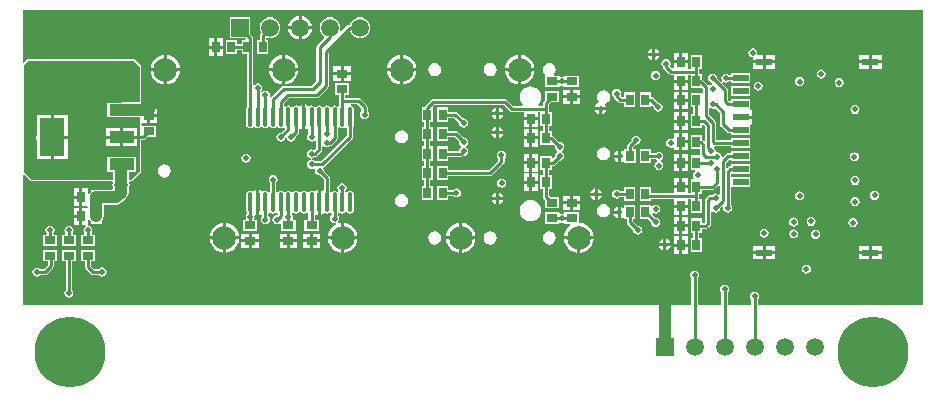
<source format=gbl>
G04*
G04 #@! TF.GenerationSoftware,Altium Limited,Altium Designer,18.1.11 (251)*
G04*
G04 Layer_Physical_Order=4*
G04 Layer_Color=16711680*
%FSLAX44Y44*%
%MOMM*%
G71*
G01*
G75*
%ADD10C,0.2500*%
%ADD16R,0.7000X0.9500*%
%ADD21R,0.9500X0.7000*%
%ADD37C,1.0000*%
%ADD39C,2.0000*%
%ADD40R,1.5000X1.5000*%
%ADD41C,1.5000*%
%ADD42C,6.0000*%
%ADD43C,0.5000*%
%ADD44C,1.2000*%
%ADD45C,0.7000*%
%ADD46R,2.1500X3.2500*%
%ADD47R,2.1500X1.0000*%
%ADD48O,0.4000X1.6500*%
%ADD49R,1.4000X0.6200*%
%ADD50R,5.9430X7.2136*%
%ADD51R,3.0480X6.6717*%
%ADD52R,1.0810X7.0860*%
%ADD53R,8.6360X3.4165*%
G36*
X654050Y1300480D02*
Y1270183D01*
X638860D01*
X638242Y1270060D01*
X626840D01*
Y1257520D01*
X638242D01*
X638860Y1257397D01*
X654050D01*
Y1212310D01*
X646430Y1204690D01*
X644759D01*
Y1211520D01*
X650880D01*
Y1224060D01*
X639478D01*
X638860Y1224183D01*
X638242Y1224060D01*
X626840D01*
Y1211520D01*
X631973D01*
Y1204690D01*
X563150Y1204690D01*
X556260Y1211580D01*
Y1233889D01*
X557380Y1234487D01*
X557644Y1234311D01*
X558730Y1234095D01*
Y1240001D01*
Y1245906D01*
X557644Y1245690D01*
X557380Y1245514D01*
X556260Y1246113D01*
X556260Y1273889D01*
X557380Y1274487D01*
X557644Y1274311D01*
X558730Y1274095D01*
Y1280001D01*
Y1285906D01*
X557644Y1285690D01*
X557380Y1285514D01*
X556260Y1286113D01*
Y1301750D01*
X560070Y1305560D01*
X565280D01*
X565462Y1304962D01*
X565602Y1304290D01*
X564311Y1302357D01*
X564095Y1301271D01*
X575906D01*
X575690Y1302357D01*
X574398Y1304290D01*
X574539Y1304962D01*
X574720Y1305560D01*
X585280D01*
X585462Y1304962D01*
X585602Y1304290D01*
X584311Y1302357D01*
X584095Y1301271D01*
X595906D01*
X595690Y1302357D01*
X594399Y1304290D01*
X594539Y1304962D01*
X594720Y1305560D01*
X605280Y1305560D01*
X605462Y1304962D01*
X605602Y1304290D01*
X604311Y1302357D01*
X604095Y1301271D01*
X615906D01*
X615690Y1302357D01*
X614399Y1304290D01*
X614539Y1304962D01*
X614720Y1305560D01*
X625280D01*
X625462Y1304962D01*
X625602Y1304290D01*
X624311Y1302357D01*
X624095Y1301271D01*
X635906D01*
X635690Y1302357D01*
X634399Y1304290D01*
X634539Y1304962D01*
X634720Y1305560D01*
X648970D01*
X654050Y1300480D01*
D02*
G37*
G36*
X1316990Y1098740D02*
X1177319D01*
Y1103099D01*
X1177468Y1103198D01*
X1178301Y1104445D01*
X1178594Y1105916D01*
X1178301Y1107387D01*
X1177468Y1108634D01*
X1176221Y1109467D01*
X1174750Y1109760D01*
X1173279Y1109467D01*
X1172032Y1108634D01*
X1171199Y1107387D01*
X1170906Y1105916D01*
X1171199Y1104445D01*
X1172032Y1103198D01*
X1172181Y1103099D01*
Y1098740D01*
X1151919D01*
Y1109449D01*
X1152068Y1109548D01*
X1152901Y1110795D01*
X1153194Y1112266D01*
X1152901Y1113737D01*
X1152068Y1114984D01*
X1150821Y1115817D01*
X1149350Y1116110D01*
X1147879Y1115817D01*
X1146632Y1114984D01*
X1145799Y1113737D01*
X1145506Y1112266D01*
X1145799Y1110795D01*
X1146632Y1109548D01*
X1146781Y1109449D01*
Y1098740D01*
X1126519D01*
Y1121427D01*
X1126668Y1121526D01*
X1127501Y1122773D01*
X1127794Y1124244D01*
X1127501Y1125715D01*
X1126668Y1126962D01*
X1125421Y1127795D01*
X1123950Y1128088D01*
X1122479Y1127795D01*
X1121232Y1126962D01*
X1120399Y1125715D01*
X1120106Y1124244D01*
X1120399Y1122773D01*
X1121232Y1121526D01*
X1121381Y1121427D01*
Y1098740D01*
X554990D01*
Y1209110D01*
X556260Y1209636D01*
X562178Y1203718D01*
X562178Y1203718D01*
X563150Y1203315D01*
X563150Y1203315D01*
X630665Y1203315D01*
X631371Y1202259D01*
X631283Y1202048D01*
X631033Y1200150D01*
X631283Y1198252D01*
X631531Y1197653D01*
X630682Y1196383D01*
X617370D01*
X615496Y1196010D01*
X612600D01*
Y1194137D01*
X611680Y1192760D01*
X610410Y1193145D01*
Y1197280D01*
X605640D01*
Y1189990D01*
Y1182700D01*
X609945Y1182700D01*
X610469Y1181790D01*
X609945Y1180880D01*
X605640D01*
Y1173590D01*
Y1166300D01*
X608092D01*
X608478Y1165030D01*
X607639Y1164470D01*
X606806Y1163223D01*
X606513Y1161752D01*
X606806Y1160281D01*
X607295Y1159550D01*
X606656Y1158280D01*
X604337D01*
Y1148740D01*
X616377D01*
Y1158280D01*
X614059D01*
X613420Y1159550D01*
X613909Y1160281D01*
X614201Y1161752D01*
X613909Y1163223D01*
X613075Y1164470D01*
X611828Y1165303D01*
X611310Y1165406D01*
X610410Y1166300D01*
X610410Y1166803D01*
Y1170435D01*
X611680Y1170820D01*
X612600Y1169443D01*
Y1167570D01*
X615496D01*
X617370Y1167197D01*
X619244Y1167570D01*
X622140D01*
Y1169443D01*
X623276Y1171144D01*
X623763Y1173590D01*
Y1183597D01*
X634556D01*
X637002Y1184084D01*
X639076Y1185470D01*
X642886Y1189280D01*
X644272Y1191354D01*
X644759Y1193800D01*
Y1196586D01*
X645449Y1198252D01*
X645698Y1200150D01*
X645449Y1202048D01*
X645361Y1202259D01*
X646067Y1203315D01*
X646430D01*
X647402Y1203718D01*
X655022Y1211338D01*
X655425Y1212310D01*
X655425Y1212310D01*
Y1238221D01*
X656740D01*
X657723Y1238416D01*
X658557Y1238973D01*
X660534Y1240950D01*
X667690D01*
Y1250490D01*
X656202D01*
X655664Y1251760D01*
X656162Y1252680D01*
X660400D01*
Y1258720D01*
Y1264760D01*
X654380D01*
Y1258992D01*
X654050Y1258772D01*
X652150D01*
Y1262520D01*
X638860D01*
Y1265060D01*
X652150D01*
Y1268808D01*
X654050D01*
X655022Y1269211D01*
X655425Y1270183D01*
Y1300480D01*
X655425Y1300480D01*
X655022Y1301452D01*
X655022Y1301452D01*
X649942Y1306532D01*
X648970Y1306935D01*
X648970Y1306935D01*
X562610D01*
X562610Y1306935D01*
X560070D01*
X560070Y1306935D01*
X559098Y1306532D01*
X556260Y1303694D01*
X554990Y1304220D01*
Y1348740D01*
X1316990D01*
Y1098740D01*
D02*
G37*
%LPC*%
G36*
X635906Y1298731D02*
X631270D01*
Y1294095D01*
X632357Y1294311D01*
X634355Y1295646D01*
X635690Y1297644D01*
X635906Y1298731D01*
D02*
G37*
G36*
X628730D02*
X624095D01*
X624311Y1297644D01*
X625646Y1295646D01*
X627644Y1294311D01*
X628730Y1294095D01*
Y1298731D01*
D02*
G37*
G36*
X615906D02*
X611270D01*
Y1294095D01*
X612357Y1294311D01*
X614355Y1295646D01*
X615690Y1297644D01*
X615906Y1298731D01*
D02*
G37*
G36*
X608730D02*
X604095D01*
X604311Y1297644D01*
X605646Y1295646D01*
X607644Y1294311D01*
X608730Y1294095D01*
Y1298731D01*
D02*
G37*
G36*
X595906D02*
X591270D01*
Y1294095D01*
X592357Y1294311D01*
X594355Y1295646D01*
X595690Y1297644D01*
X595906Y1298731D01*
D02*
G37*
G36*
X588730D02*
X584095D01*
X584311Y1297644D01*
X585646Y1295646D01*
X587644Y1294311D01*
X588730Y1294095D01*
Y1298731D01*
D02*
G37*
G36*
X575906D02*
X571270D01*
Y1294095D01*
X572357Y1294311D01*
X574355Y1295646D01*
X575690Y1297644D01*
X575906Y1298731D01*
D02*
G37*
G36*
X568730D02*
X564095D01*
X564311Y1297644D01*
X565646Y1295646D01*
X567644Y1294311D01*
X568730Y1294095D01*
Y1298731D01*
D02*
G37*
G36*
X641270Y1285906D02*
Y1281271D01*
X645906D01*
X645690Y1282357D01*
X644355Y1284355D01*
X642357Y1285690D01*
X641270Y1285906D01*
D02*
G37*
G36*
X638730D02*
X637644Y1285690D01*
X635646Y1284355D01*
X634311Y1282357D01*
X634095Y1281271D01*
X638730D01*
Y1285906D01*
D02*
G37*
G36*
X621270D02*
Y1281271D01*
X625906D01*
X625690Y1282357D01*
X624355Y1284355D01*
X622357Y1285690D01*
X621270Y1285906D01*
D02*
G37*
G36*
X618730D02*
X617644Y1285690D01*
X615646Y1284355D01*
X614311Y1282357D01*
X614095Y1281271D01*
X618730D01*
Y1285906D01*
D02*
G37*
G36*
X601270D02*
Y1281271D01*
X605906D01*
X605690Y1282357D01*
X604355Y1284355D01*
X602357Y1285690D01*
X601270Y1285906D01*
D02*
G37*
G36*
X598730D02*
X597644Y1285690D01*
X595646Y1284355D01*
X594311Y1282357D01*
X594095Y1281271D01*
X598730D01*
Y1285906D01*
D02*
G37*
G36*
X581270D02*
Y1281271D01*
X585906D01*
X585690Y1282357D01*
X584355Y1284355D01*
X582357Y1285690D01*
X581270Y1285906D01*
D02*
G37*
G36*
X578730D02*
X577644Y1285690D01*
X575646Y1284355D01*
X574311Y1282357D01*
X574095Y1281271D01*
X578730D01*
Y1285906D01*
D02*
G37*
G36*
X561270D02*
Y1281271D01*
X565906D01*
X565690Y1282357D01*
X564355Y1284355D01*
X562357Y1285690D01*
X561270Y1285906D01*
D02*
G37*
G36*
X645906Y1278731D02*
X641270D01*
Y1274095D01*
X642357Y1274311D01*
X644355Y1275646D01*
X645690Y1277644D01*
X645906Y1278731D01*
D02*
G37*
G36*
X638730D02*
X634095D01*
X634311Y1277644D01*
X635646Y1275646D01*
X637644Y1274311D01*
X638730Y1274095D01*
Y1278731D01*
D02*
G37*
G36*
X625906D02*
X621270D01*
Y1274095D01*
X622357Y1274311D01*
X624355Y1275646D01*
X625690Y1277644D01*
X625906Y1278731D01*
D02*
G37*
G36*
X618730D02*
X614095D01*
X614311Y1277644D01*
X615646Y1275646D01*
X617644Y1274311D01*
X618730Y1274095D01*
Y1278731D01*
D02*
G37*
G36*
X605906D02*
X601270D01*
Y1274095D01*
X602357Y1274311D01*
X604355Y1275646D01*
X605690Y1277644D01*
X605906Y1278731D01*
D02*
G37*
G36*
X598730D02*
X594095D01*
X594311Y1277644D01*
X595646Y1275646D01*
X597644Y1274311D01*
X598730Y1274095D01*
Y1278731D01*
D02*
G37*
G36*
X585906D02*
X581270D01*
Y1274095D01*
X582357Y1274311D01*
X584355Y1275646D01*
X585690Y1277644D01*
X585906Y1278731D01*
D02*
G37*
G36*
X578730D02*
X574095D01*
X574311Y1277644D01*
X575646Y1275646D01*
X577644Y1274311D01*
X578730Y1274095D01*
Y1278731D01*
D02*
G37*
G36*
X565906D02*
X561270D01*
Y1274095D01*
X562357Y1274311D01*
X564355Y1275646D01*
X565690Y1277644D01*
X565906Y1278731D01*
D02*
G37*
G36*
X611270Y1265906D02*
Y1261271D01*
X615906D01*
X615690Y1262357D01*
X614355Y1264355D01*
X612357Y1265690D01*
X611270Y1265906D01*
D02*
G37*
G36*
X608730D02*
X607644Y1265690D01*
X605646Y1264355D01*
X604311Y1262357D01*
X604095Y1261271D01*
X608730D01*
Y1265906D01*
D02*
G37*
G36*
X615906Y1258731D02*
X611270D01*
Y1254095D01*
X612357Y1254311D01*
X614355Y1255646D01*
X615690Y1257644D01*
X615906Y1258731D01*
D02*
G37*
G36*
X608730D02*
X604095D01*
X604311Y1257644D01*
X605646Y1255646D01*
X607644Y1254311D01*
X608730Y1254095D01*
Y1258731D01*
D02*
G37*
G36*
X652150Y1248330D02*
X640130D01*
Y1242060D01*
X652150D01*
Y1248330D01*
D02*
G37*
G36*
X637590D02*
X625570D01*
Y1242060D01*
X637590D01*
Y1248330D01*
D02*
G37*
G36*
X593650Y1259580D02*
X581630D01*
Y1242060D01*
X593650D01*
Y1259580D01*
D02*
G37*
G36*
X579090D02*
X567070D01*
Y1241929D01*
X565800Y1241804D01*
X565690Y1242357D01*
X564355Y1244355D01*
X562357Y1245690D01*
X561270Y1245906D01*
Y1240001D01*
Y1234095D01*
X562357Y1234311D01*
X564355Y1235646D01*
X565690Y1237644D01*
X565800Y1238198D01*
X567070Y1238073D01*
Y1222000D01*
X579090D01*
Y1240790D01*
Y1259580D01*
D02*
G37*
G36*
X652150Y1239520D02*
X640130D01*
Y1233250D01*
X652150D01*
Y1239520D01*
D02*
G37*
G36*
X637590D02*
X625570D01*
Y1233250D01*
X637590D01*
Y1239520D01*
D02*
G37*
G36*
X593650Y1239520D02*
X581630D01*
Y1222000D01*
X593650D01*
Y1239520D01*
D02*
G37*
G36*
X611270Y1225906D02*
Y1221271D01*
X615906D01*
X615690Y1222357D01*
X614355Y1224355D01*
X612357Y1225690D01*
X611270Y1225906D01*
D02*
G37*
G36*
X608730D02*
X607644Y1225690D01*
X605646Y1224355D01*
X604311Y1222357D01*
X604095Y1221271D01*
X608730D01*
Y1225906D01*
D02*
G37*
G36*
X615906Y1218731D02*
X611270D01*
Y1214095D01*
X612357Y1214311D01*
X614355Y1215646D01*
X615690Y1217644D01*
X615906Y1218731D01*
D02*
G37*
G36*
X608730D02*
X604095D01*
X604311Y1217644D01*
X605646Y1215646D01*
X607644Y1214311D01*
X608730Y1214095D01*
Y1218731D01*
D02*
G37*
G36*
X791210Y1343459D02*
Y1334770D01*
X799899D01*
X799722Y1336121D01*
X798710Y1338563D01*
X797101Y1340661D01*
X795003Y1342270D01*
X792561Y1343282D01*
X791210Y1343459D01*
D02*
G37*
G36*
X788670D02*
X787319Y1343282D01*
X784877Y1342270D01*
X782779Y1340661D01*
X781170Y1338563D01*
X780158Y1336121D01*
X779981Y1334770D01*
X788670D01*
Y1343459D01*
D02*
G37*
G36*
X840740Y1342346D02*
X838451Y1342044D01*
X836317Y1341161D01*
X834485Y1339755D01*
X833079Y1337923D01*
X832312Y1336069D01*
X831850D01*
X830867Y1335874D01*
X830033Y1335317D01*
X824787Y1330070D01*
X823710Y1330789D01*
X823884Y1331211D01*
X824186Y1333500D01*
X823884Y1335789D01*
X823001Y1337923D01*
X821595Y1339755D01*
X819763Y1341161D01*
X817629Y1342044D01*
X815340Y1342346D01*
X813051Y1342044D01*
X810917Y1341161D01*
X809085Y1339755D01*
X807679Y1337923D01*
X806796Y1335789D01*
X806494Y1333500D01*
X806796Y1331211D01*
X807679Y1329077D01*
X809085Y1327245D01*
X810324Y1326294D01*
X810550Y1324723D01*
X804633Y1318807D01*
X804076Y1317973D01*
X803881Y1316990D01*
Y1288214D01*
X799666Y1283999D01*
X775970D01*
X774987Y1283804D01*
X774153Y1283247D01*
X766182Y1275276D01*
X765274Y1274528D01*
X765209Y1274568D01*
X764339Y1275368D01*
X764534Y1276350D01*
X764241Y1277821D01*
X763408Y1279068D01*
X762161Y1279901D01*
X760690Y1280194D01*
X759219Y1279901D01*
X758029Y1279106D01*
X757289Y1280210D01*
X757741Y1280886D01*
X758034Y1282357D01*
X757741Y1283828D01*
X756908Y1285075D01*
X755661Y1285909D01*
X754190Y1286201D01*
X752719Y1285909D01*
X751529Y1285114D01*
X751201Y1285181D01*
X750259Y1285547D01*
Y1324950D01*
X750064Y1325933D01*
X749507Y1326767D01*
X747910Y1328364D01*
Y1342270D01*
X730370D01*
Y1324730D01*
X743538D01*
X743861Y1324280D01*
X743209Y1323010D01*
X740570D01*
Y1319559D01*
X736440D01*
Y1323010D01*
X726900D01*
Y1310970D01*
X736440D01*
Y1314421D01*
X740570D01*
Y1310970D01*
X745121D01*
Y1266281D01*
X744610Y1265516D01*
X744356Y1264240D01*
Y1251740D01*
X744610Y1250464D01*
X745332Y1249382D01*
X746414Y1248660D01*
X747690Y1248406D01*
X748966Y1248660D01*
X750048Y1249382D01*
X750176Y1249575D01*
X751704D01*
X751833Y1249382D01*
X752914Y1248660D01*
X754190Y1248406D01*
X755466Y1248660D01*
X756547Y1249382D01*
X756676Y1249575D01*
X758204D01*
X758333Y1249382D01*
X759414Y1248660D01*
X760690Y1248406D01*
X761966Y1248660D01*
X763047Y1249382D01*
X763176Y1249575D01*
X764704D01*
X764833Y1249382D01*
X765914Y1248660D01*
X767190Y1248406D01*
X768466Y1248660D01*
X769548Y1249382D01*
X769676Y1249575D01*
X771204D01*
X771332Y1249382D01*
X772414Y1248660D01*
X773690Y1248406D01*
X774966Y1248660D01*
X776048Y1249382D01*
X776766Y1249080D01*
X776825Y1247718D01*
X773691Y1244584D01*
X773690Y1244584D01*
X772219Y1244291D01*
X770972Y1243458D01*
X770139Y1242211D01*
X769846Y1240740D01*
X770139Y1239269D01*
X770972Y1238022D01*
X772219Y1237189D01*
X773690Y1236896D01*
X775161Y1237189D01*
X776408Y1238022D01*
X777241Y1239269D01*
X777358Y1239854D01*
X778652D01*
X778769Y1239269D01*
X779602Y1238022D01*
X780849Y1237189D01*
X782320Y1236896D01*
X783791Y1237189D01*
X785038Y1238022D01*
X785871Y1239269D01*
X786164Y1240740D01*
X786129Y1240915D01*
X788507Y1243293D01*
X789064Y1244127D01*
X789259Y1245110D01*
Y1247379D01*
X790529Y1248057D01*
X791419Y1247463D01*
X791920Y1247364D01*
Y1257990D01*
Y1268616D01*
X791419Y1268517D01*
X789917Y1267513D01*
X789882Y1267461D01*
X788170Y1267184D01*
X787966Y1267320D01*
X786690Y1267574D01*
X785414Y1267320D01*
X784333Y1266598D01*
X784204Y1266405D01*
X782676D01*
X782548Y1266598D01*
X781466Y1267320D01*
X780190Y1267574D01*
X778914Y1267320D01*
X777832Y1266598D01*
X776645Y1267097D01*
X776259Y1267431D01*
Y1269306D01*
X780734Y1273781D01*
X803910D01*
X804893Y1273976D01*
X805727Y1274533D01*
X813347Y1282153D01*
X813904Y1282987D01*
X814099Y1283970D01*
Y1312116D01*
X831680Y1329696D01*
X832926Y1329449D01*
X833079Y1329077D01*
X834485Y1327245D01*
X836317Y1325839D01*
X838451Y1324956D01*
X840740Y1324654D01*
X843029Y1324956D01*
X845163Y1325839D01*
X846995Y1327245D01*
X848401Y1329077D01*
X849284Y1331211D01*
X849586Y1333500D01*
X849284Y1335789D01*
X848401Y1337923D01*
X846995Y1339755D01*
X845163Y1341161D01*
X843029Y1342044D01*
X840740Y1342346D01*
D02*
G37*
G36*
X764540D02*
X762251Y1342044D01*
X760117Y1341161D01*
X758285Y1339755D01*
X756879Y1337923D01*
X755996Y1335789D01*
X755694Y1333500D01*
X755996Y1331211D01*
X756764Y1329357D01*
X756523Y1329117D01*
X755966Y1328283D01*
X755771Y1327300D01*
Y1323010D01*
X753570D01*
Y1310970D01*
X763110D01*
Y1323010D01*
X760909D01*
Y1324368D01*
X761965Y1325074D01*
X762251Y1324956D01*
X764540Y1324654D01*
X766829Y1324956D01*
X768963Y1325839D01*
X770795Y1327245D01*
X772201Y1329077D01*
X773084Y1331211D01*
X773386Y1333500D01*
X773084Y1335789D01*
X772201Y1337923D01*
X770795Y1339755D01*
X768963Y1341161D01*
X766829Y1342044D01*
X764540Y1342346D01*
D02*
G37*
G36*
X799899Y1332230D02*
X791210D01*
Y1323541D01*
X792561Y1323718D01*
X795003Y1324730D01*
X797101Y1326339D01*
X798710Y1328437D01*
X799722Y1330879D01*
X799899Y1332230D01*
D02*
G37*
G36*
X788670D02*
X779981D01*
X780158Y1330879D01*
X781170Y1328437D01*
X782779Y1326339D01*
X784877Y1324730D01*
X787319Y1323718D01*
X788670Y1323541D01*
Y1332230D01*
D02*
G37*
G36*
X724710Y1324280D02*
X719940D01*
Y1318260D01*
X724710D01*
Y1324280D01*
D02*
G37*
G36*
X717400D02*
X712630D01*
Y1318260D01*
X717400D01*
Y1324280D01*
D02*
G37*
G36*
X1090676Y1315526D02*
Y1311910D01*
X1094292D01*
X1094154Y1312607D01*
X1093040Y1314274D01*
X1091373Y1315388D01*
X1090676Y1315526D01*
D02*
G37*
G36*
X1088136D02*
X1087439Y1315388D01*
X1085772Y1314274D01*
X1084658Y1312607D01*
X1084520Y1311910D01*
X1088136D01*
Y1315526D01*
D02*
G37*
G36*
X724710Y1315720D02*
X719940D01*
Y1309700D01*
X724710D01*
Y1315720D01*
D02*
G37*
G36*
X717400D02*
X712630D01*
Y1309700D01*
X717400D01*
Y1315720D01*
D02*
G37*
G36*
X1118410Y1311780D02*
X1113640D01*
Y1305760D01*
X1118410D01*
Y1311780D01*
D02*
G37*
G36*
X1111100D02*
X1106330D01*
Y1305760D01*
X1111100D01*
Y1311780D01*
D02*
G37*
G36*
X1192470Y1310130D02*
X1184200D01*
Y1305760D01*
X1192470D01*
Y1310130D01*
D02*
G37*
G36*
X1173275Y1316008D02*
X1171804Y1315715D01*
X1170557Y1314882D01*
X1169724Y1313635D01*
X1169431Y1312164D01*
X1169724Y1310693D01*
X1170557Y1309446D01*
X1171804Y1308613D01*
X1173275Y1308320D01*
X1173390Y1308226D01*
Y1305760D01*
X1181660D01*
Y1310130D01*
X1177861D01*
X1176967Y1311400D01*
X1177119Y1312164D01*
X1176826Y1313635D01*
X1175993Y1314882D01*
X1174746Y1315715D01*
X1173275Y1316008D01*
D02*
G37*
G36*
X1282470Y1310130D02*
X1274200D01*
Y1305760D01*
X1282470D01*
Y1310130D01*
D02*
G37*
G36*
X1271660D02*
X1263390D01*
Y1305760D01*
X1271660D01*
Y1310130D01*
D02*
G37*
G36*
X1094292Y1309370D02*
X1090676D01*
Y1305754D01*
X1091373Y1305892D01*
X1093040Y1307006D01*
X1094154Y1308674D01*
X1094292Y1309370D01*
D02*
G37*
G36*
X1088136D02*
X1084520D01*
X1084658Y1308674D01*
X1085772Y1307006D01*
X1087439Y1305892D01*
X1088136Y1305754D01*
Y1309370D01*
D02*
G37*
G36*
X977240Y1310421D02*
Y1299210D01*
X988451D01*
X988187Y1301214D01*
X986924Y1304264D01*
X984914Y1306884D01*
X982294Y1308894D01*
X979244Y1310157D01*
X977240Y1310421D01*
D02*
G37*
G36*
X974700D02*
X972696Y1310157D01*
X969646Y1308894D01*
X967026Y1306884D01*
X965016Y1304264D01*
X963753Y1301214D01*
X963489Y1299210D01*
X974700D01*
Y1310421D01*
D02*
G37*
G36*
X877240D02*
Y1299210D01*
X888451D01*
X888187Y1301214D01*
X886924Y1304264D01*
X884914Y1306884D01*
X882294Y1308894D01*
X879244Y1310157D01*
X877240Y1310421D01*
D02*
G37*
G36*
X874700D02*
X872696Y1310157D01*
X869646Y1308894D01*
X867026Y1306884D01*
X865016Y1304264D01*
X863753Y1301214D01*
X863489Y1299210D01*
X874700D01*
Y1310421D01*
D02*
G37*
G36*
X777240D02*
Y1299210D01*
X788451D01*
X788187Y1301214D01*
X786924Y1304264D01*
X784914Y1306884D01*
X782294Y1308894D01*
X779244Y1310157D01*
X777240Y1310421D01*
D02*
G37*
G36*
X774700D02*
X772696Y1310157D01*
X769646Y1308894D01*
X767026Y1306884D01*
X765016Y1304264D01*
X763753Y1301214D01*
X763489Y1299210D01*
X774700D01*
Y1310421D01*
D02*
G37*
G36*
X677240D02*
Y1299210D01*
X688451D01*
X688187Y1301214D01*
X686924Y1304264D01*
X684914Y1306884D01*
X682294Y1308894D01*
X679244Y1310157D01*
X677240Y1310421D01*
D02*
G37*
G36*
X674700D02*
X672696Y1310157D01*
X669646Y1308894D01*
X667026Y1306884D01*
X665016Y1304264D01*
X663753Y1301214D01*
X663489Y1299210D01*
X674700D01*
Y1310421D01*
D02*
G37*
G36*
X1282470Y1303220D02*
X1274200D01*
Y1298850D01*
X1282470D01*
Y1303220D01*
D02*
G37*
G36*
X1271660D02*
X1263390D01*
Y1298850D01*
X1271660D01*
Y1303220D01*
D02*
G37*
G36*
X1192470Y1303220D02*
X1184200D01*
Y1298850D01*
X1192470D01*
Y1303220D01*
D02*
G37*
G36*
X1181660D02*
X1173390D01*
Y1298850D01*
X1181660D01*
Y1303220D01*
D02*
G37*
G36*
X1130140Y1310510D02*
X1120600D01*
Y1298804D01*
X1118410D01*
Y1303220D01*
X1112370D01*
X1106330D01*
Y1298972D01*
X1105060Y1298874D01*
X1102976Y1300957D01*
X1103371Y1301549D01*
X1103664Y1303020D01*
X1103371Y1304491D01*
X1102538Y1305738D01*
X1101291Y1306571D01*
X1099820Y1306864D01*
X1098349Y1306571D01*
X1097102Y1305738D01*
X1096269Y1304491D01*
X1095976Y1303020D01*
X1096269Y1301549D01*
X1097102Y1300302D01*
X1097314Y1300160D01*
X1097446Y1299497D01*
X1098003Y1298663D01*
X1102248Y1294418D01*
X1103082Y1293861D01*
X1104065Y1293666D01*
X1106330D01*
Y1289250D01*
X1112370D01*
Y1287980D01*
D01*
Y1289250D01*
X1118410D01*
Y1293666D01*
X1120600D01*
Y1281960D01*
X1130140D01*
X1130963Y1281031D01*
Y1278904D01*
X1130140Y1277975D01*
X1120600D01*
Y1265935D01*
X1122801D01*
Y1260390D01*
X1120600D01*
Y1248350D01*
X1130140D01*
Y1250760D01*
X1131410Y1251286D01*
X1132811Y1249886D01*
Y1238292D01*
X1131637Y1237806D01*
X1130842Y1238602D01*
X1130140Y1239071D01*
Y1242805D01*
X1120600D01*
Y1230765D01*
X1128801D01*
Y1226700D01*
X1128842Y1226490D01*
X1127917Y1225220D01*
X1120600D01*
Y1213180D01*
X1124138D01*
X1124523Y1211910D01*
X1123772Y1211408D01*
X1122939Y1210161D01*
X1122646Y1208690D01*
X1122939Y1207219D01*
X1123640Y1206170D01*
X1123415Y1205411D01*
X1123090Y1204900D01*
X1120600D01*
Y1193194D01*
X1118410D01*
Y1197610D01*
X1112370D01*
X1106330D01*
Y1193194D01*
X1086960D01*
Y1198550D01*
X1077420D01*
Y1186510D01*
X1086960D01*
Y1188056D01*
X1106330D01*
Y1183640D01*
X1112370D01*
X1118410D01*
Y1188056D01*
X1120600D01*
Y1176350D01*
X1130140D01*
Y1188390D01*
X1127939D01*
Y1192860D01*
X1130140D01*
Y1196311D01*
X1139310D01*
X1140293Y1196506D01*
X1141127Y1197063D01*
X1144241Y1200177D01*
X1145511Y1199651D01*
Y1192604D01*
X1145018Y1192281D01*
X1144241Y1192047D01*
X1143201Y1192741D01*
X1141730Y1193034D01*
X1140259Y1192741D01*
X1139012Y1191908D01*
X1138913Y1191759D01*
X1137430D01*
X1136447Y1191564D01*
X1135613Y1191007D01*
X1133563Y1188957D01*
X1133006Y1188123D01*
X1132811Y1187140D01*
Y1168727D01*
X1132513Y1168429D01*
X1130140D01*
Y1171880D01*
X1120600D01*
Y1159840D01*
X1122801D01*
Y1155370D01*
X1120600D01*
Y1143330D01*
X1130140D01*
Y1155370D01*
X1127939D01*
Y1159840D01*
X1130140D01*
Y1163291D01*
X1133577D01*
X1134560Y1163486D01*
X1135394Y1164043D01*
X1137197Y1165846D01*
X1137754Y1166680D01*
X1137949Y1167663D01*
Y1177336D01*
X1138527Y1177669D01*
X1139219Y1177860D01*
X1140299Y1177139D01*
X1141770Y1176846D01*
X1143241Y1177139D01*
X1144488Y1177972D01*
X1145321Y1179219D01*
X1145614Y1180690D01*
X1145579Y1180865D01*
X1147086Y1182372D01*
X1148256Y1181747D01*
X1148046Y1180690D01*
X1148339Y1179219D01*
X1149172Y1177972D01*
X1150419Y1177139D01*
X1151890Y1176846D01*
X1153361Y1177139D01*
X1154608Y1177972D01*
X1155441Y1179219D01*
X1155734Y1180690D01*
X1155441Y1182161D01*
X1154829Y1183077D01*
Y1198320D01*
X1171200D01*
Y1207060D01*
X1154829D01*
Y1209320D01*
X1171200D01*
Y1218060D01*
X1154660D01*
Y1216259D01*
X1154370D01*
X1153387Y1216064D01*
X1152553Y1215507D01*
X1151823Y1214776D01*
X1150649Y1215262D01*
Y1219076D01*
X1153390Y1221816D01*
X1154660Y1221386D01*
Y1220320D01*
X1171200D01*
Y1229060D01*
X1154660D01*
Y1227259D01*
X1152630D01*
X1151647Y1227064D01*
X1150813Y1226507D01*
X1148050Y1223744D01*
X1147259Y1224036D01*
X1146820Y1224310D01*
X1146551Y1225661D01*
X1145718Y1226908D01*
X1144471Y1227741D01*
X1143000Y1228034D01*
X1142822Y1227998D01*
X1141742Y1229078D01*
X1141764Y1229190D01*
X1141471Y1230661D01*
X1140676Y1231851D01*
X1140743Y1232179D01*
X1141109Y1233121D01*
X1154660D01*
Y1231320D01*
X1171200D01*
Y1240060D01*
X1154660D01*
Y1238259D01*
X1141879D01*
Y1253120D01*
X1141684Y1254103D01*
X1141127Y1254937D01*
X1136102Y1259961D01*
Y1264692D01*
X1137372Y1265370D01*
X1137719Y1265139D01*
X1139190Y1264846D01*
X1140661Y1265139D01*
X1141276Y1265550D01*
X1145511Y1261316D01*
Y1251534D01*
X1145706Y1250551D01*
X1146263Y1249717D01*
X1151107Y1244873D01*
X1151941Y1244316D01*
X1152924Y1244121D01*
X1154660D01*
Y1242320D01*
X1171200D01*
Y1250780D01*
X1171200Y1251060D01*
X1171876Y1252050D01*
X1172470D01*
Y1256420D01*
X1162930D01*
Y1258960D01*
X1172470D01*
Y1263330D01*
X1171876D01*
X1171200Y1264320D01*
X1171200Y1264600D01*
Y1273060D01*
X1154660D01*
Y1271259D01*
X1153324D01*
X1152249Y1272334D01*
Y1280770D01*
X1152054Y1281753D01*
X1151497Y1282587D01*
X1147492Y1286591D01*
X1148302Y1287578D01*
X1148959Y1287139D01*
X1150430Y1286846D01*
X1151901Y1287139D01*
X1153148Y1287972D01*
X1153247Y1288121D01*
X1154660D01*
Y1286320D01*
X1171200D01*
Y1295060D01*
X1154660D01*
Y1293259D01*
X1153247D01*
X1153148Y1293408D01*
X1151901Y1294241D01*
X1150430Y1294534D01*
X1148959Y1294241D01*
X1147712Y1293408D01*
X1146879Y1292161D01*
X1146586Y1290690D01*
X1146879Y1289219D01*
X1147318Y1288562D01*
X1146331Y1287752D01*
X1143094Y1290989D01*
X1142861Y1292161D01*
X1142028Y1293408D01*
X1140781Y1294241D01*
X1139310Y1294534D01*
X1137839Y1294241D01*
X1136592Y1293408D01*
X1135759Y1292161D01*
X1135466Y1290690D01*
X1135759Y1289219D01*
X1136592Y1287972D01*
X1137839Y1287139D01*
X1138864Y1286935D01*
X1138976Y1286762D01*
X1138383Y1285358D01*
X1138352Y1285343D01*
X1137839Y1285241D01*
X1137026Y1284697D01*
X1136454Y1284474D01*
X1135436Y1284964D01*
X1135350Y1285094D01*
X1130647Y1289797D01*
X1130140Y1290135D01*
Y1294000D01*
X1127939D01*
Y1298470D01*
X1130140D01*
Y1310510D01*
D02*
G37*
G36*
X832790Y1300650D02*
X826770D01*
Y1295880D01*
X832790D01*
Y1300650D01*
D02*
G37*
G36*
X824230D02*
X818210D01*
Y1295880D01*
X824230D01*
Y1300650D01*
D02*
G37*
G36*
X950970Y1303568D02*
X948816Y1303140D01*
X946990Y1301920D01*
X945770Y1300094D01*
X945342Y1297940D01*
X945770Y1295786D01*
X946990Y1293960D01*
X948816Y1292740D01*
X950970Y1292312D01*
X953124Y1292740D01*
X954950Y1293960D01*
X956170Y1295786D01*
X956598Y1297940D01*
X956170Y1300094D01*
X954950Y1301920D01*
X953124Y1303140D01*
X950970Y1303568D01*
D02*
G37*
G36*
X903970D02*
X901816Y1303140D01*
X899990Y1301920D01*
X898770Y1300094D01*
X898342Y1297940D01*
X898770Y1295786D01*
X899990Y1293960D01*
X901816Y1292740D01*
X903970Y1292312D01*
X906124Y1292740D01*
X907950Y1293960D01*
X909170Y1295786D01*
X909598Y1297940D01*
X909170Y1300094D01*
X907950Y1301920D01*
X906124Y1303140D01*
X903970Y1303568D01*
D02*
G37*
G36*
X1231249Y1298085D02*
X1229778Y1297793D01*
X1228531Y1296959D01*
X1227698Y1295712D01*
X1227405Y1294241D01*
X1227698Y1292770D01*
X1228531Y1291523D01*
X1229778Y1290690D01*
X1231249Y1290397D01*
X1232720Y1290690D01*
X1233967Y1291523D01*
X1234800Y1292770D01*
X1235093Y1294241D01*
X1234800Y1295712D01*
X1233967Y1296959D01*
X1232720Y1297793D01*
X1231249Y1298085D01*
D02*
G37*
G36*
X1090930Y1296704D02*
X1089459Y1296411D01*
X1088212Y1295578D01*
X1087379Y1294331D01*
X1087086Y1292860D01*
X1087379Y1291389D01*
X1088212Y1290142D01*
X1089459Y1289309D01*
X1090930Y1289016D01*
X1092401Y1289309D01*
X1093648Y1290142D01*
X1094481Y1291389D01*
X1094774Y1292860D01*
X1094481Y1294331D01*
X1093648Y1295578D01*
X1092401Y1296411D01*
X1090930Y1296704D01*
D02*
G37*
G36*
X832790Y1293340D02*
X826770D01*
Y1288570D01*
X832790D01*
Y1293340D01*
D02*
G37*
G36*
X824230D02*
X818210D01*
Y1288570D01*
X824230D01*
Y1293340D01*
D02*
G37*
G36*
X988451Y1296670D02*
X977240D01*
Y1285459D01*
X979244Y1285723D01*
X982294Y1286986D01*
X984914Y1288996D01*
X986924Y1291616D01*
X988187Y1294666D01*
X988451Y1296670D01*
D02*
G37*
G36*
X974700D02*
X963489D01*
X963753Y1294666D01*
X965016Y1291616D01*
X967026Y1288996D01*
X969646Y1286986D01*
X972696Y1285723D01*
X974700Y1285459D01*
Y1296670D01*
D02*
G37*
G36*
X888451D02*
X877240D01*
Y1285459D01*
X879244Y1285723D01*
X882294Y1286986D01*
X884914Y1288996D01*
X886924Y1291616D01*
X888187Y1294666D01*
X888451Y1296670D01*
D02*
G37*
G36*
X874700D02*
X863489D01*
X863753Y1294666D01*
X865016Y1291616D01*
X867026Y1288996D01*
X869646Y1286986D01*
X872696Y1285723D01*
X874700Y1285459D01*
Y1296670D01*
D02*
G37*
G36*
X788451D02*
X777240D01*
Y1285459D01*
X779244Y1285723D01*
X782294Y1286986D01*
X784914Y1288996D01*
X786924Y1291616D01*
X788187Y1294666D01*
X788451Y1296670D01*
D02*
G37*
G36*
X774700D02*
X763489D01*
X763753Y1294666D01*
X765016Y1291616D01*
X767026Y1288996D01*
X769646Y1286986D01*
X772696Y1285723D01*
X774700Y1285459D01*
Y1296670D01*
D02*
G37*
G36*
X688451D02*
X677240D01*
Y1285459D01*
X679244Y1285723D01*
X682294Y1286986D01*
X684914Y1288996D01*
X686924Y1291616D01*
X688187Y1294666D01*
X688451Y1296670D01*
D02*
G37*
G36*
X674700D02*
X663489D01*
X663753Y1294666D01*
X665016Y1291616D01*
X667026Y1288996D01*
X669646Y1286986D01*
X672696Y1285723D01*
X674700Y1285459D01*
Y1296670D01*
D02*
G37*
G36*
X1212850Y1291624D02*
X1211379Y1291331D01*
X1210132Y1290498D01*
X1209299Y1289251D01*
X1209006Y1287780D01*
X1209299Y1286309D01*
X1210132Y1285062D01*
X1211379Y1284229D01*
X1212850Y1283936D01*
X1214321Y1284229D01*
X1215568Y1285062D01*
X1216401Y1286309D01*
X1216694Y1287780D01*
X1216401Y1289251D01*
X1215568Y1290498D01*
X1214321Y1291331D01*
X1212850Y1291624D01*
D02*
G37*
G36*
X1000970Y1303568D02*
X998816Y1303140D01*
X996990Y1301920D01*
X995770Y1300094D01*
X995342Y1297940D01*
X995770Y1295786D01*
X996990Y1293960D01*
X997039Y1293927D01*
X997280Y1292700D01*
X997280D01*
X997280Y1292700D01*
Y1283160D01*
X1009320D01*
Y1283563D01*
X1010590Y1284303D01*
X1011682Y1284086D01*
X1012520Y1284253D01*
X1013790Y1283393D01*
Y1283160D01*
X1025830D01*
Y1292700D01*
X1013790D01*
Y1292467D01*
X1012520Y1291607D01*
X1011682Y1291774D01*
X1010590Y1291557D01*
X1009320Y1292297D01*
Y1292700D01*
X1005350D01*
X1004950Y1293960D01*
X1006170Y1295786D01*
X1006598Y1297940D01*
X1006170Y1300094D01*
X1004950Y1301920D01*
X1003124Y1303140D01*
X1000970Y1303568D01*
D02*
G37*
G36*
X1246430Y1290734D02*
X1244959Y1290441D01*
X1243712Y1289608D01*
X1242879Y1288361D01*
X1242586Y1286890D01*
X1242879Y1285419D01*
X1243712Y1284172D01*
X1244959Y1283339D01*
X1246430Y1283046D01*
X1247901Y1283339D01*
X1249148Y1284172D01*
X1249981Y1285419D01*
X1250274Y1286890D01*
X1249981Y1288361D01*
X1249148Y1289608D01*
X1247901Y1290441D01*
X1246430Y1290734D01*
D02*
G37*
G36*
X1118410Y1286710D02*
X1113640D01*
Y1280690D01*
X1118410D01*
Y1286710D01*
D02*
G37*
G36*
X1111100D02*
X1106330D01*
Y1280690D01*
X1111100D01*
Y1286710D01*
D02*
G37*
G36*
X1177930Y1287814D02*
X1176459Y1287521D01*
X1175212Y1286688D01*
X1174379Y1285441D01*
X1174086Y1283970D01*
X1174379Y1282499D01*
X1175212Y1281252D01*
X1176459Y1280419D01*
X1177930Y1280126D01*
X1179401Y1280419D01*
X1180648Y1281252D01*
X1181481Y1282499D01*
X1181774Y1283970D01*
X1181481Y1285441D01*
X1180648Y1286688D01*
X1179401Y1287521D01*
X1177930Y1287814D01*
D02*
G37*
G36*
X1027100Y1280970D02*
X1021080D01*
Y1276200D01*
X1027100D01*
Y1280970D01*
D02*
G37*
G36*
X1018540D02*
X1012520D01*
Y1276200D01*
X1018540D01*
Y1280970D01*
D02*
G37*
G36*
X1171200Y1284060D02*
X1154660D01*
Y1275320D01*
X1171200D01*
Y1284060D01*
D02*
G37*
G36*
X1118410Y1279245D02*
X1113640D01*
Y1273225D01*
X1118410D01*
Y1279245D01*
D02*
G37*
G36*
X1111100D02*
X1106330D01*
Y1273225D01*
X1111100D01*
Y1279245D01*
D02*
G37*
G36*
X1027100Y1273660D02*
X1021080D01*
Y1268890D01*
X1027100D01*
Y1273660D01*
D02*
G37*
G36*
X1018540D02*
X1012520D01*
Y1268890D01*
X1018540D01*
Y1273660D01*
D02*
G37*
G36*
X984970Y1283788D02*
X982615Y1283478D01*
X980421Y1282569D01*
X978537Y1281123D01*
X977091Y1279239D01*
X976182Y1277045D01*
X975872Y1274690D01*
X976182Y1272335D01*
X977091Y1270141D01*
X978346Y1268505D01*
X977960Y1267235D01*
X970328D01*
X965239Y1272325D01*
X964405Y1272882D01*
X963422Y1273077D01*
X902716D01*
X901733Y1272882D01*
X900899Y1272325D01*
X895923Y1267349D01*
X895366Y1266515D01*
X895236Y1265860D01*
X892970D01*
Y1253820D01*
X895171D01*
Y1249350D01*
X892970D01*
Y1237310D01*
X895171D01*
Y1232840D01*
X892970D01*
Y1220800D01*
X895171D01*
Y1216330D01*
X892970D01*
Y1204290D01*
X895171D01*
Y1199566D01*
X892970D01*
Y1187526D01*
X902510D01*
Y1199566D01*
X900309D01*
Y1204290D01*
X902510D01*
Y1216330D01*
X900309D01*
Y1220800D01*
X902510D01*
Y1232840D01*
X900309D01*
Y1237310D01*
X902510D01*
Y1249350D01*
X900309D01*
Y1253820D01*
X902510D01*
Y1265860D01*
X902510Y1265860D01*
X902510D01*
X902862Y1267021D01*
X903780Y1267939D01*
X962358D01*
X967447Y1262849D01*
X968281Y1262292D01*
X969264Y1262097D01*
X979180D01*
Y1257554D01*
X985220D01*
X991260D01*
Y1262097D01*
X993450D01*
Y1250264D01*
X995651D01*
Y1246048D01*
X993450D01*
Y1234008D01*
X1002990D01*
Y1234057D01*
X1004163Y1234543D01*
X1005841Y1232865D01*
X1005806Y1232690D01*
X1006099Y1231219D01*
X1006932Y1229972D01*
X1007795Y1229396D01*
X1007834Y1229276D01*
Y1228104D01*
X1007795Y1227984D01*
X1006932Y1227408D01*
X1006099Y1226161D01*
X1005806Y1224690D01*
X1005841Y1224515D01*
X1004163Y1222837D01*
X1002990Y1223323D01*
Y1224966D01*
X993450D01*
Y1212926D01*
X995651D01*
Y1208710D01*
X993450D01*
Y1196670D01*
X995651D01*
Y1190270D01*
X995846Y1189287D01*
X996403Y1188453D01*
X997280Y1187576D01*
Y1180420D01*
X1009320D01*
Y1189960D01*
X1002164D01*
X1000789Y1191334D01*
Y1196670D01*
X1002990D01*
Y1208710D01*
X1000789D01*
Y1212926D01*
X1002990D01*
Y1216377D01*
X1003906D01*
X1004889Y1216572D01*
X1005723Y1217129D01*
X1009475Y1220881D01*
X1009650Y1220846D01*
X1011121Y1221139D01*
X1012368Y1221972D01*
X1013201Y1223219D01*
X1013494Y1224690D01*
X1013201Y1226161D01*
X1012368Y1227408D01*
X1011505Y1227984D01*
X1011466Y1228104D01*
Y1229276D01*
X1011505Y1229396D01*
X1012368Y1229972D01*
X1013201Y1231219D01*
X1013494Y1232690D01*
X1013201Y1234161D01*
X1012368Y1235408D01*
X1011121Y1236241D01*
X1009650Y1236534D01*
X1009475Y1236499D01*
X1004129Y1241845D01*
X1003295Y1242402D01*
X1002990Y1242462D01*
Y1246048D01*
X1000789D01*
Y1250264D01*
X1002990D01*
Y1262304D01*
X1000789D01*
Y1268786D01*
X1002164Y1270160D01*
X1009320D01*
Y1279700D01*
X997280D01*
Y1272544D01*
X996403Y1271667D01*
X995846Y1270833D01*
X995651Y1269850D01*
Y1267235D01*
X991981D01*
X991594Y1268505D01*
X992849Y1270141D01*
X993758Y1272335D01*
X994068Y1274690D01*
X993758Y1277045D01*
X992849Y1279239D01*
X991403Y1281123D01*
X989519Y1282569D01*
X987325Y1283478D01*
X984970Y1283788D01*
D02*
G37*
G36*
X1057910Y1281464D02*
X1056439Y1281171D01*
X1055192Y1280338D01*
X1054359Y1279091D01*
X1054066Y1277620D01*
X1054359Y1276149D01*
X1055192Y1274902D01*
X1055499Y1274697D01*
X1055536Y1274511D01*
X1056093Y1273677D01*
X1059047Y1270723D01*
X1059881Y1270166D01*
X1060864Y1269971D01*
X1064420D01*
Y1266520D01*
X1073960D01*
Y1278560D01*
X1064420D01*
Y1275109D01*
X1062294D01*
X1061651Y1275912D01*
X1061469Y1276189D01*
X1061754Y1277620D01*
X1061461Y1279091D01*
X1060628Y1280338D01*
X1059381Y1281171D01*
X1057910Y1281464D01*
D02*
G37*
G36*
X1046970Y1280318D02*
X1044816Y1279890D01*
X1042990Y1278670D01*
X1041770Y1276844D01*
X1041342Y1274690D01*
X1041770Y1272536D01*
X1042782Y1271022D01*
X1042527Y1269873D01*
X1042373Y1269595D01*
X1040814Y1268554D01*
X1039700Y1266887D01*
X1039562Y1266190D01*
X1049334D01*
X1049196Y1266887D01*
X1048415Y1268054D01*
X1048868Y1269439D01*
X1049124Y1269490D01*
X1050950Y1270710D01*
X1052170Y1272536D01*
X1052598Y1274690D01*
X1052170Y1276844D01*
X1050950Y1278670D01*
X1049124Y1279890D01*
X1046970Y1280318D01*
D02*
G37*
G36*
X1118410Y1270685D02*
X1113640D01*
Y1264665D01*
X1118410D01*
Y1270685D01*
D02*
G37*
G36*
X1111100D02*
X1106330D01*
Y1264665D01*
X1111100D01*
Y1270685D01*
D02*
G37*
G36*
X1086960Y1278560D02*
X1077420D01*
Y1266520D01*
X1086960D01*
Y1267197D01*
X1088133Y1267683D01*
X1089451Y1266365D01*
X1089416Y1266190D01*
X1089709Y1264719D01*
X1090542Y1263472D01*
X1091789Y1262639D01*
X1093260Y1262346D01*
X1094731Y1262639D01*
X1095978Y1263472D01*
X1096811Y1264719D01*
X1097104Y1266190D01*
X1096811Y1267661D01*
X1095978Y1268908D01*
X1094731Y1269741D01*
X1093260Y1270034D01*
X1093085Y1269999D01*
X1088727Y1274357D01*
X1087893Y1274914D01*
X1086960Y1275099D01*
Y1278560D01*
D02*
G37*
G36*
X958288Y1265742D02*
Y1262126D01*
X961904D01*
X961765Y1262822D01*
X960651Y1264490D01*
X958984Y1265604D01*
X958288Y1265742D01*
D02*
G37*
G36*
X955748D02*
X955051Y1265604D01*
X953384Y1264490D01*
X952270Y1262822D01*
X952132Y1262126D01*
X955748D01*
Y1265742D01*
D02*
G37*
G36*
X1259840Y1268034D02*
X1258369Y1267741D01*
X1257122Y1266908D01*
X1256289Y1265661D01*
X1255996Y1264190D01*
X1256289Y1262719D01*
X1257122Y1261472D01*
X1258369Y1260639D01*
X1259840Y1260346D01*
X1261311Y1260639D01*
X1262558Y1261472D01*
X1263391Y1262719D01*
X1263684Y1264190D01*
X1263391Y1265661D01*
X1262558Y1266908D01*
X1261311Y1267741D01*
X1259840Y1268034D01*
D02*
G37*
G36*
X1049334Y1263650D02*
X1045718D01*
Y1260034D01*
X1046414Y1260172D01*
X1048082Y1261286D01*
X1049196Y1262953D01*
X1049334Y1263650D01*
D02*
G37*
G36*
X1043178D02*
X1039562D01*
X1039700Y1262953D01*
X1040814Y1261286D01*
X1042482Y1260172D01*
X1043178Y1260034D01*
Y1263650D01*
D02*
G37*
G36*
X668960Y1264760D02*
X662940D01*
Y1259990D01*
X668960D01*
Y1264760D01*
D02*
G37*
G36*
X831520Y1286380D02*
X819480D01*
Y1276840D01*
X823121D01*
Y1267431D01*
X822735Y1267097D01*
X821547Y1266598D01*
X820466Y1267320D01*
X819190Y1267574D01*
X817914Y1267320D01*
X816833Y1266598D01*
X816704Y1266405D01*
X815176D01*
X815048Y1266598D01*
X813966Y1267320D01*
X812690Y1267574D01*
X811414Y1267320D01*
X810332Y1266598D01*
X810204Y1266405D01*
X808676D01*
X808548Y1266598D01*
X807466Y1267320D01*
X806190Y1267574D01*
X804914Y1267320D01*
X803832Y1266598D01*
X803704Y1266405D01*
X802176D01*
X802048Y1266598D01*
X800966Y1267320D01*
X799690Y1267574D01*
X798414Y1267320D01*
X798210Y1267184D01*
X796498Y1267461D01*
X796463Y1267513D01*
X794961Y1268517D01*
X794460Y1268616D01*
Y1257990D01*
Y1247364D01*
X794961Y1247463D01*
X795851Y1248057D01*
X797121Y1247379D01*
Y1243607D01*
X796972Y1243508D01*
X796139Y1242261D01*
X795846Y1240790D01*
X796139Y1239319D01*
X796972Y1238072D01*
X798219Y1237239D01*
X799690Y1236946D01*
X801161Y1237239D01*
X802351Y1238034D01*
X802679Y1237967D01*
X803621Y1237601D01*
Y1231434D01*
X801774Y1229588D01*
X801161Y1229997D01*
X799690Y1230290D01*
X798219Y1229997D01*
X796972Y1229164D01*
X796139Y1227917D01*
X795846Y1226446D01*
X796139Y1224975D01*
X796972Y1223728D01*
X798219Y1222895D01*
X798901Y1222759D01*
X799236Y1222692D01*
Y1221398D01*
X798901Y1221331D01*
X798219Y1221195D01*
X796972Y1220362D01*
X796139Y1219115D01*
X795846Y1217644D01*
X796139Y1216173D01*
X796972Y1214926D01*
X798219Y1214093D01*
X799690Y1213800D01*
X801161Y1214093D01*
X802122Y1214735D01*
X803011Y1213847D01*
X803028Y1213805D01*
X802899Y1213611D01*
X802606Y1212140D01*
X802899Y1210669D01*
X803732Y1209422D01*
X804979Y1208589D01*
X806450Y1208296D01*
X806625Y1208331D01*
X810121Y1204836D01*
Y1196101D01*
X808851Y1195423D01*
X807961Y1196017D01*
X807460Y1196116D01*
Y1185490D01*
Y1174864D01*
X807961Y1174963D01*
X809463Y1175967D01*
X809498Y1176019D01*
X811210Y1176296D01*
X811414Y1176160D01*
X812690Y1175906D01*
X813966Y1176160D01*
X815048Y1176882D01*
X816235Y1176383D01*
X816621Y1176049D01*
Y1174507D01*
X816472Y1174408D01*
X815639Y1173161D01*
X815346Y1171690D01*
X815639Y1170219D01*
X816472Y1168972D01*
X817719Y1168139D01*
X819190Y1167846D01*
X820429Y1168092D01*
X820799Y1166871D01*
X819646Y1166394D01*
X817026Y1164384D01*
X815016Y1161764D01*
X813753Y1158714D01*
X813489Y1156710D01*
X824700D01*
Y1167921D01*
X822696Y1167657D01*
X821460Y1167145D01*
X820858Y1168270D01*
X821908Y1168972D01*
X822741Y1170219D01*
X823034Y1171690D01*
X822741Y1173161D01*
X821908Y1174408D01*
X821759Y1174507D01*
Y1176049D01*
X822145Y1176383D01*
X823333Y1176882D01*
X824414Y1176160D01*
X825690Y1175906D01*
X826966Y1176160D01*
X828047Y1176882D01*
X828176Y1177075D01*
X829704D01*
X829833Y1176882D01*
X830914Y1176160D01*
X832190Y1175906D01*
X833466Y1176160D01*
X834548Y1176882D01*
X835270Y1177964D01*
X835524Y1179240D01*
Y1191740D01*
X835270Y1193016D01*
X834548Y1194098D01*
X833466Y1194820D01*
X832190Y1195074D01*
X830914Y1194820D01*
X829833Y1194098D01*
X828607Y1194408D01*
X828326Y1194695D01*
X828237Y1195175D01*
X829051Y1196393D01*
X829344Y1197864D01*
X829051Y1199335D01*
X828218Y1200582D01*
X826971Y1201415D01*
X825500Y1201708D01*
X824029Y1201415D01*
X822782Y1200582D01*
X821949Y1199335D01*
X821656Y1197864D01*
X821949Y1196393D01*
X822532Y1195520D01*
X822408Y1194933D01*
X822394Y1194919D01*
X821176Y1194451D01*
X820990Y1194470D01*
X820466Y1194820D01*
X819190Y1195074D01*
X817914Y1194820D01*
X816833Y1194098D01*
X815645Y1194597D01*
X815259Y1194931D01*
Y1205900D01*
X815064Y1206883D01*
X814507Y1207717D01*
X810259Y1211965D01*
X810294Y1212140D01*
X810001Y1213611D01*
X809772Y1213953D01*
X809882Y1215270D01*
X810716Y1215827D01*
X834007Y1239118D01*
X834564Y1239952D01*
X834759Y1240935D01*
Y1249699D01*
X835270Y1250464D01*
X835524Y1251740D01*
Y1264240D01*
X835270Y1265516D01*
X834548Y1266598D01*
X833466Y1267320D01*
X832911Y1267431D01*
X833036Y1268701D01*
X838406D01*
X841981Y1265126D01*
Y1262657D01*
X841832Y1262558D01*
X840999Y1261311D01*
X840706Y1259840D01*
X840999Y1258369D01*
X841832Y1257122D01*
X843079Y1256289D01*
X844550Y1255996D01*
X846021Y1256289D01*
X847268Y1257122D01*
X848101Y1258369D01*
X848394Y1259840D01*
X848101Y1261311D01*
X847268Y1262558D01*
X847119Y1262657D01*
Y1266190D01*
X846924Y1267173D01*
X846367Y1268007D01*
X841287Y1273087D01*
X840453Y1273644D01*
X839470Y1273839D01*
X828259D01*
Y1276840D01*
X831520D01*
Y1286380D01*
D02*
G37*
G36*
X961904Y1259586D02*
X958288D01*
Y1255970D01*
X958984Y1256108D01*
X960651Y1257222D01*
X961765Y1258889D01*
X961904Y1259586D01*
D02*
G37*
G36*
X955748D02*
X952132D01*
X952270Y1258889D01*
X953384Y1257222D01*
X955051Y1256108D01*
X955748Y1255970D01*
Y1259586D01*
D02*
G37*
G36*
X1118410Y1261660D02*
X1113640D01*
Y1255640D01*
X1118410D01*
Y1261660D01*
D02*
G37*
G36*
X1111100D02*
X1106330D01*
Y1255640D01*
X1111100D01*
Y1261660D01*
D02*
G37*
G36*
X668960Y1257450D02*
X662940D01*
Y1252680D01*
X668960D01*
Y1257450D01*
D02*
G37*
G36*
X1221160Y1253576D02*
X1220463Y1253438D01*
X1218796Y1252324D01*
X1217682Y1250657D01*
X1217577Y1250129D01*
X1216283D01*
X1216178Y1250657D01*
X1215064Y1252324D01*
X1213397Y1253438D01*
X1212700Y1253576D01*
Y1248690D01*
X1210160D01*
Y1253576D01*
X1209464Y1253438D01*
X1207796Y1252324D01*
X1206682Y1250657D01*
X1206577Y1250129D01*
X1205283D01*
X1205178Y1250657D01*
X1204064Y1252324D01*
X1202396Y1253438D01*
X1201700Y1253576D01*
Y1248690D01*
X1199160D01*
Y1253576D01*
X1198464Y1253438D01*
X1196796Y1252324D01*
X1195682Y1250657D01*
X1195577Y1250129D01*
X1194283D01*
X1194178Y1250657D01*
X1193064Y1252324D01*
X1191396Y1253438D01*
X1190700Y1253576D01*
Y1248690D01*
X1188160D01*
Y1253576D01*
X1187464Y1253438D01*
X1185796Y1252324D01*
X1184682Y1250657D01*
X1184577Y1250129D01*
X1183283D01*
X1183178Y1250657D01*
X1182064Y1252324D01*
X1180396Y1253438D01*
X1179700Y1253576D01*
Y1248690D01*
X1178430D01*
Y1247420D01*
X1173544D01*
X1173682Y1246723D01*
X1174796Y1245056D01*
X1176463Y1243942D01*
X1176991Y1243837D01*
Y1242542D01*
X1176463Y1242438D01*
X1174796Y1241324D01*
X1173682Y1239657D01*
X1173544Y1238960D01*
X1178430D01*
Y1236420D01*
X1173544D01*
X1173682Y1235723D01*
X1174796Y1234056D01*
X1176463Y1232942D01*
X1176991Y1232837D01*
Y1231543D01*
X1176463Y1231438D01*
X1174796Y1230324D01*
X1173682Y1228656D01*
X1173544Y1227960D01*
X1178430D01*
Y1225420D01*
X1173544D01*
X1173682Y1224724D01*
X1174796Y1223056D01*
X1176463Y1221942D01*
X1176991Y1221837D01*
Y1220543D01*
X1176463Y1220438D01*
X1174796Y1219324D01*
X1173682Y1217656D01*
X1173544Y1216960D01*
X1178430D01*
Y1214420D01*
X1173544D01*
X1173682Y1213724D01*
X1174796Y1212056D01*
X1176463Y1210942D01*
X1176991Y1210837D01*
Y1209543D01*
X1176463Y1209438D01*
X1174796Y1208324D01*
X1173682Y1206656D01*
X1173544Y1205960D01*
X1178430D01*
Y1204690D01*
X1179700D01*
Y1199804D01*
X1180396Y1199942D01*
X1182064Y1201056D01*
X1183178Y1202723D01*
X1183283Y1203251D01*
X1184577D01*
X1184682Y1202723D01*
X1185796Y1201056D01*
X1187464Y1199942D01*
X1188160Y1199804D01*
Y1204690D01*
X1190700D01*
Y1199804D01*
X1191396Y1199942D01*
X1193064Y1201056D01*
X1194178Y1202723D01*
X1194283Y1203251D01*
X1195577D01*
X1195682Y1202723D01*
X1196796Y1201056D01*
X1198464Y1199942D01*
X1199160Y1199804D01*
Y1204690D01*
X1201700D01*
Y1199804D01*
X1202396Y1199942D01*
X1204064Y1201056D01*
X1205178Y1202723D01*
X1205283Y1203251D01*
X1206577D01*
X1206682Y1202723D01*
X1207796Y1201056D01*
X1209464Y1199942D01*
X1210160Y1199804D01*
Y1204690D01*
X1212700D01*
Y1199804D01*
X1213397Y1199942D01*
X1215064Y1201056D01*
X1216178Y1202723D01*
X1216283Y1203251D01*
X1217577D01*
X1217682Y1202723D01*
X1218796Y1201056D01*
X1220463Y1199942D01*
X1221160Y1199804D01*
Y1204690D01*
X1222430D01*
Y1205960D01*
X1227316D01*
X1227178Y1206656D01*
X1226064Y1208324D01*
X1224397Y1209438D01*
X1223869Y1209543D01*
Y1210837D01*
X1224397Y1210942D01*
X1226064Y1212056D01*
X1227178Y1213724D01*
X1227316Y1214420D01*
X1222430D01*
Y1216960D01*
X1227316D01*
X1227178Y1217656D01*
X1226064Y1219324D01*
X1224397Y1220438D01*
X1223869Y1220543D01*
Y1221837D01*
X1224397Y1221942D01*
X1226064Y1223056D01*
X1227178Y1224724D01*
X1227316Y1225420D01*
X1222430D01*
Y1227960D01*
X1227316D01*
X1227178Y1228656D01*
X1226064Y1230324D01*
X1224397Y1231438D01*
X1223869Y1231543D01*
Y1232837D01*
X1224397Y1232942D01*
X1226064Y1234056D01*
X1227178Y1235723D01*
X1227316Y1236420D01*
X1222430D01*
Y1238960D01*
X1227316D01*
X1227178Y1239657D01*
X1226064Y1241324D01*
X1224397Y1242438D01*
X1223869Y1242542D01*
Y1243837D01*
X1224397Y1243942D01*
X1226064Y1245056D01*
X1227178Y1246723D01*
X1227316Y1247420D01*
X1222430D01*
Y1248690D01*
X1221160D01*
Y1253576D01*
D02*
G37*
G36*
X1223700D02*
Y1249960D01*
X1227316D01*
X1227178Y1250657D01*
X1226064Y1252324D01*
X1224397Y1253438D01*
X1223700Y1253576D01*
D02*
G37*
G36*
X1177160D02*
X1176463Y1253438D01*
X1174796Y1252324D01*
X1173682Y1250657D01*
X1173544Y1249960D01*
X1177160D01*
Y1253576D01*
D02*
G37*
G36*
X991260Y1255014D02*
X986490D01*
Y1248994D01*
X991260D01*
Y1255014D01*
D02*
G37*
G36*
X983950D02*
X979180D01*
Y1248994D01*
X983950D01*
Y1255014D01*
D02*
G37*
G36*
X915510Y1265860D02*
X905970D01*
Y1253820D01*
X915510D01*
Y1257271D01*
X920156D01*
X924561Y1252865D01*
X924526Y1252690D01*
X924819Y1251219D01*
X925652Y1249972D01*
X926899Y1249139D01*
X928370Y1248846D01*
X929841Y1249139D01*
X931088Y1249972D01*
X931921Y1251219D01*
X932214Y1252690D01*
X931921Y1254161D01*
X931088Y1255408D01*
X929841Y1256241D01*
X928370Y1256534D01*
X928195Y1256499D01*
X923037Y1261657D01*
X922203Y1262214D01*
X921220Y1262409D01*
X915510D01*
Y1265860D01*
D02*
G37*
G36*
X1118410Y1253100D02*
X1113640D01*
Y1247080D01*
X1118410D01*
Y1253100D01*
D02*
G37*
G36*
X1111100D02*
X1106330D01*
Y1247080D01*
X1111100D01*
Y1253100D01*
D02*
G37*
G36*
X958171Y1249740D02*
Y1246124D01*
X961787D01*
X961649Y1246821D01*
X960535Y1248488D01*
X958868Y1249602D01*
X958171Y1249740D01*
D02*
G37*
G36*
X955631D02*
X954935Y1249602D01*
X953267Y1248488D01*
X952153Y1246821D01*
X952015Y1246124D01*
X955631D01*
Y1249740D01*
D02*
G37*
G36*
X991260Y1247318D02*
X986490D01*
Y1241298D01*
X991260D01*
Y1247318D01*
D02*
G37*
G36*
X983950D02*
X979180D01*
Y1241298D01*
X983950D01*
Y1247318D01*
D02*
G37*
G36*
X961787Y1243584D02*
X958171D01*
Y1239968D01*
X958868Y1240106D01*
X960535Y1241220D01*
X961649Y1242887D01*
X961787Y1243584D01*
D02*
G37*
G36*
X955631D02*
X952015D01*
X952153Y1242887D01*
X953267Y1241220D01*
X954935Y1240106D01*
X955631Y1239968D01*
Y1243584D01*
D02*
G37*
G36*
X1111100Y1244075D02*
X1106330D01*
Y1239947D01*
X1105287Y1239252D01*
X1105060Y1239283D01*
X1103630Y1239567D01*
X1102159Y1239275D01*
X1100912Y1238441D01*
X1100079Y1237195D01*
X1099786Y1235723D01*
X1100079Y1234252D01*
X1100912Y1233006D01*
X1102159Y1232172D01*
X1103630Y1231880D01*
X1105060Y1232164D01*
X1105287Y1232195D01*
X1106330Y1231500D01*
Y1229495D01*
X1111100D01*
Y1236785D01*
Y1244075D01*
D02*
G37*
G36*
X1118410D02*
X1113640D01*
Y1238055D01*
X1118410D01*
Y1244075D01*
D02*
G37*
G36*
X875970Y1246768D02*
X873816Y1246340D01*
X871990Y1245120D01*
X870770Y1243294D01*
X870342Y1241140D01*
X870770Y1238986D01*
X871990Y1237160D01*
X873816Y1235940D01*
X875970Y1235512D01*
X878124Y1235940D01*
X879950Y1237160D01*
X881170Y1238986D01*
X881598Y1241140D01*
X881170Y1243294D01*
X879950Y1245120D01*
X878124Y1246340D01*
X875970Y1246768D01*
D02*
G37*
G36*
X1074420Y1242094D02*
X1072949Y1241801D01*
X1071702Y1240968D01*
X1070869Y1239721D01*
X1070576Y1238250D01*
X1070611Y1238075D01*
X1067523Y1234987D01*
X1066966Y1234153D01*
X1066771Y1233170D01*
Y1230710D01*
X1064570D01*
Y1229526D01*
X1063300Y1228847D01*
X1062417Y1229437D01*
X1061720Y1229576D01*
Y1224690D01*
Y1219804D01*
X1062417Y1219942D01*
X1063300Y1220533D01*
X1064570Y1219854D01*
Y1218670D01*
X1074110D01*
Y1230710D01*
X1071909D01*
Y1232106D01*
X1074245Y1234441D01*
X1074420Y1234406D01*
X1075891Y1234699D01*
X1077138Y1235532D01*
X1077971Y1236779D01*
X1078264Y1238250D01*
X1077971Y1239721D01*
X1077138Y1240968D01*
X1075891Y1241801D01*
X1074420Y1242094D01*
D02*
G37*
G36*
X991260Y1238758D02*
X986490D01*
Y1232738D01*
X991260D01*
Y1238758D01*
D02*
G37*
G36*
X983950D02*
X979180D01*
Y1232738D01*
X983950D01*
Y1238758D01*
D02*
G37*
G36*
X1118410Y1235515D02*
X1113640D01*
Y1229495D01*
X1118410D01*
Y1235515D01*
D02*
G37*
G36*
X915510Y1249350D02*
X905970D01*
Y1237310D01*
X915510D01*
Y1240761D01*
X920761D01*
X924561Y1236960D01*
X924526Y1236785D01*
X924819Y1235314D01*
X925652Y1234067D01*
X926586Y1233443D01*
X926664Y1233143D01*
Y1232332D01*
X926586Y1232032D01*
X925652Y1231408D01*
X924819Y1230161D01*
X924665Y1229389D01*
X915510D01*
Y1232840D01*
X905970D01*
Y1220800D01*
X915510D01*
Y1224251D01*
X926500D01*
X927483Y1224446D01*
X928148Y1224890D01*
X928370Y1224846D01*
X929841Y1225139D01*
X931088Y1225972D01*
X931921Y1227219D01*
X932214Y1228690D01*
X931921Y1230161D01*
X931088Y1231408D01*
X930154Y1232032D01*
X930076Y1232332D01*
Y1233143D01*
X930154Y1233443D01*
X931088Y1234067D01*
X931921Y1235314D01*
X932214Y1236785D01*
X931921Y1238256D01*
X931088Y1239503D01*
X929841Y1240336D01*
X928370Y1240629D01*
X928195Y1240594D01*
X923642Y1245147D01*
X922808Y1245704D01*
X921825Y1245899D01*
X915510D01*
Y1249350D01*
D02*
G37*
G36*
X1059180Y1229576D02*
X1058484Y1229437D01*
X1056816Y1228324D01*
X1055702Y1226656D01*
X1055564Y1225960D01*
X1059180D01*
Y1229576D01*
D02*
G37*
G36*
X1046970Y1232318D02*
X1044816Y1231890D01*
X1042990Y1230670D01*
X1041770Y1228844D01*
X1041342Y1226690D01*
X1041770Y1224536D01*
X1042990Y1222710D01*
X1044816Y1221490D01*
X1046970Y1221062D01*
X1049124Y1221490D01*
X1050950Y1222710D01*
X1052170Y1224536D01*
X1052598Y1226690D01*
X1052170Y1228844D01*
X1050950Y1230670D01*
X1049124Y1231890D01*
X1046970Y1232318D01*
D02*
G37*
G36*
X1118410Y1226490D02*
X1113640D01*
Y1220470D01*
X1118410D01*
Y1226490D01*
D02*
G37*
G36*
X1111100D02*
X1106330D01*
Y1220470D01*
X1111100D01*
Y1226490D01*
D02*
G37*
G36*
X1259410Y1228034D02*
X1257939Y1227741D01*
X1256692Y1226908D01*
X1255859Y1225661D01*
X1255566Y1224190D01*
X1255859Y1222719D01*
X1256692Y1221472D01*
X1257939Y1220639D01*
X1259410Y1220346D01*
X1260881Y1220639D01*
X1262128Y1221472D01*
X1262961Y1222719D01*
X1263254Y1224190D01*
X1262961Y1225661D01*
X1262128Y1226908D01*
X1260881Y1227741D01*
X1259410Y1228034D01*
D02*
G37*
G36*
X991260Y1226236D02*
X986490D01*
Y1220216D01*
X991260D01*
Y1226236D01*
D02*
G37*
G36*
X983950D02*
X979180D01*
Y1220216D01*
X983950D01*
Y1226236D01*
D02*
G37*
G36*
X1059180Y1223420D02*
X1055564D01*
X1055702Y1222723D01*
X1056816Y1221056D01*
X1058484Y1219942D01*
X1059180Y1219804D01*
Y1223420D01*
D02*
G37*
G36*
X744220Y1226854D02*
X742749Y1226561D01*
X741502Y1225728D01*
X740669Y1224481D01*
X740376Y1223010D01*
X740669Y1221539D01*
X741502Y1220292D01*
X742749Y1219459D01*
X744220Y1219166D01*
X745691Y1219459D01*
X746938Y1220292D01*
X747771Y1221539D01*
X748064Y1223010D01*
X747771Y1224481D01*
X746938Y1225728D01*
X745691Y1226561D01*
X744220Y1226854D01*
D02*
G37*
G36*
X960535Y1229225D02*
X959064Y1228933D01*
X957817Y1228100D01*
X956983Y1226853D01*
X956691Y1225382D01*
X956983Y1223911D01*
X957817Y1222664D01*
X957965Y1222564D01*
Y1220911D01*
X949933Y1212879D01*
X915510D01*
Y1216330D01*
X905970D01*
Y1204290D01*
X915510D01*
Y1207741D01*
X950998D01*
X951981Y1207936D01*
X952815Y1208493D01*
X962352Y1218030D01*
X962908Y1218864D01*
X963104Y1219847D01*
Y1222564D01*
X963253Y1222664D01*
X964086Y1223911D01*
X964379Y1225382D01*
X964086Y1226853D01*
X963253Y1228100D01*
X962006Y1228933D01*
X960535Y1229225D01*
D02*
G37*
G36*
X1087110Y1230710D02*
X1077570D01*
Y1218670D01*
X1087110D01*
Y1222121D01*
X1090853D01*
X1090952Y1221972D01*
X1091837Y1221381D01*
X1091889Y1221213D01*
Y1220137D01*
X1091837Y1219969D01*
X1090952Y1219378D01*
X1090119Y1218131D01*
X1089826Y1216660D01*
X1090119Y1215189D01*
X1090952Y1213942D01*
X1092199Y1213109D01*
X1093670Y1212816D01*
X1095141Y1213109D01*
X1096388Y1213942D01*
X1097221Y1215189D01*
X1097514Y1216660D01*
X1097221Y1218131D01*
X1096388Y1219378D01*
X1095503Y1219969D01*
X1095451Y1220137D01*
Y1221213D01*
X1095503Y1221381D01*
X1096388Y1221972D01*
X1097221Y1223219D01*
X1097514Y1224690D01*
X1097221Y1226161D01*
X1096388Y1227408D01*
X1095141Y1228241D01*
X1093670Y1228534D01*
X1092199Y1228241D01*
X1090952Y1227408D01*
X1090853Y1227259D01*
X1087110D01*
Y1230710D01*
D02*
G37*
G36*
X1118410Y1217930D02*
X1113640D01*
Y1211910D01*
X1118410D01*
Y1217930D01*
D02*
G37*
G36*
X1111100D02*
X1106330D01*
Y1211910D01*
X1111100D01*
Y1217930D01*
D02*
G37*
G36*
X991260Y1217676D02*
X986490D01*
Y1211656D01*
X991260D01*
Y1217676D01*
D02*
G37*
G36*
X983950D02*
X979180D01*
Y1211656D01*
X983950D01*
Y1217676D01*
D02*
G37*
G36*
X674970Y1217768D02*
X672816Y1217340D01*
X670990Y1216120D01*
X669770Y1214294D01*
X669342Y1212140D01*
X669770Y1209986D01*
X670990Y1208160D01*
X672816Y1206940D01*
X674970Y1206512D01*
X677124Y1206940D01*
X678950Y1208160D01*
X680170Y1209986D01*
X680598Y1212140D01*
X680170Y1214294D01*
X678950Y1216120D01*
X677124Y1217340D01*
X674970Y1217768D01*
D02*
G37*
G36*
X991260Y1209980D02*
X986490D01*
Y1203960D01*
X991260D01*
Y1209980D01*
D02*
G37*
G36*
X983950D02*
X979180D01*
Y1203960D01*
X983950D01*
Y1209980D01*
D02*
G37*
G36*
X1259840Y1208034D02*
X1258369Y1207741D01*
X1257122Y1206908D01*
X1256289Y1205661D01*
X1255996Y1204190D01*
X1256289Y1202719D01*
X1257122Y1201472D01*
X1258369Y1200639D01*
X1259840Y1200346D01*
X1261311Y1200639D01*
X1262558Y1201472D01*
X1263391Y1202719D01*
X1263684Y1204190D01*
X1263391Y1205661D01*
X1262558Y1206908D01*
X1261311Y1207741D01*
X1259840Y1208034D01*
D02*
G37*
G36*
X1118410Y1206170D02*
X1113640D01*
Y1200150D01*
X1118410D01*
Y1206170D01*
D02*
G37*
G36*
X1111100D02*
X1106330D01*
Y1200150D01*
X1111100D01*
Y1206170D01*
D02*
G37*
G36*
X1227316Y1203420D02*
X1223700D01*
Y1199804D01*
X1224397Y1199942D01*
X1226064Y1201056D01*
X1227178Y1202723D01*
X1227316Y1203420D01*
D02*
G37*
G36*
X1177160D02*
X1173544D01*
X1173682Y1202723D01*
X1174796Y1201056D01*
X1176463Y1199942D01*
X1177160Y1199804D01*
Y1203420D01*
D02*
G37*
G36*
X960628Y1205518D02*
X959157Y1205225D01*
X957910Y1204392D01*
X957077Y1203145D01*
X956784Y1201674D01*
X957077Y1200203D01*
X957910Y1198956D01*
X959157Y1198123D01*
X960628Y1197830D01*
X962099Y1198123D01*
X963346Y1198956D01*
X964179Y1200203D01*
X964472Y1201674D01*
X964179Y1203145D01*
X963346Y1204392D01*
X962099Y1205225D01*
X960628Y1205518D01*
D02*
G37*
G36*
X991260Y1201420D02*
X986490D01*
Y1195400D01*
X991260D01*
Y1201420D01*
D02*
G37*
G36*
X983950D02*
X979180D01*
Y1195400D01*
X983950D01*
Y1201420D01*
D02*
G37*
G36*
X1073960Y1198550D02*
X1064420D01*
Y1195099D01*
X1060727D01*
X1060628Y1195248D01*
X1059381Y1196081D01*
X1057910Y1196374D01*
X1056439Y1196081D01*
X1055192Y1195248D01*
X1054359Y1194001D01*
X1054066Y1192530D01*
X1054359Y1191059D01*
X1055192Y1189812D01*
X1056439Y1188979D01*
X1057910Y1188686D01*
X1059381Y1188979D01*
X1060628Y1189812D01*
X1060727Y1189961D01*
X1064420D01*
Y1186510D01*
X1073960D01*
Y1198550D01*
D02*
G37*
G36*
X752920Y1196116D02*
X752419Y1196017D01*
X750917Y1195013D01*
X750882Y1194961D01*
X749170Y1194684D01*
X748966Y1194820D01*
X747690Y1195074D01*
X746414Y1194820D01*
X745332Y1194098D01*
X744610Y1193016D01*
X744356Y1191740D01*
Y1179240D01*
X744610Y1177964D01*
X744947Y1177459D01*
X744972Y1176198D01*
X744139Y1174951D01*
X743846Y1173480D01*
X744131Y1172050D01*
X744162Y1171823D01*
X743466Y1170780D01*
X741670D01*
Y1161240D01*
X753710D01*
Y1170780D01*
X751914D01*
X751218Y1171823D01*
X751249Y1172050D01*
X751534Y1173480D01*
X751408Y1174111D01*
X752025Y1174631D01*
X752538Y1174940D01*
X752920Y1174864D01*
Y1185490D01*
Y1196116D01*
D02*
G37*
G36*
X767190Y1208634D02*
X765719Y1208341D01*
X764472Y1207508D01*
X763639Y1206261D01*
X763346Y1204790D01*
X763639Y1203319D01*
X764472Y1202072D01*
X764621Y1201973D01*
Y1194931D01*
X764235Y1194597D01*
X763047Y1194098D01*
X761966Y1194820D01*
X760690Y1195074D01*
X759414Y1194820D01*
X759210Y1194684D01*
X757498Y1194961D01*
X757463Y1195013D01*
X755961Y1196017D01*
X755460Y1196116D01*
Y1185490D01*
Y1174864D01*
X755961Y1174963D01*
X756851Y1175557D01*
X758018Y1174933D01*
X758045Y1173707D01*
X757972Y1173658D01*
X757139Y1172411D01*
X756846Y1170940D01*
X757139Y1169469D01*
X757972Y1168222D01*
X759219Y1167389D01*
X760690Y1167096D01*
X762161Y1167389D01*
X763408Y1168222D01*
X764241Y1169469D01*
X764534Y1170940D01*
X764241Y1172411D01*
X763408Y1173658D01*
X763259Y1173757D01*
Y1176049D01*
X763645Y1176383D01*
X764833Y1176882D01*
X765914Y1176160D01*
X767190Y1175906D01*
X768466Y1176160D01*
X769548Y1176882D01*
X770735Y1176383D01*
X771078Y1176085D01*
X771112Y1175772D01*
X770382Y1174784D01*
X768911Y1174491D01*
X767664Y1173658D01*
X766831Y1172411D01*
X766538Y1170940D01*
X766831Y1169469D01*
X767664Y1168222D01*
X768911Y1167389D01*
X770382Y1167096D01*
X771853Y1167389D01*
X772900Y1168088D01*
X773663Y1167862D01*
X774170Y1167537D01*
Y1161240D01*
X786210D01*
Y1170780D01*
X784414D01*
X783718Y1171823D01*
X783749Y1172050D01*
X784034Y1173480D01*
X783741Y1174951D01*
X783120Y1175881D01*
X783121Y1175918D01*
X783249Y1176219D01*
X783566Y1176413D01*
X784555Y1176734D01*
X785414Y1176160D01*
X786690Y1175906D01*
X787966Y1176160D01*
X789047Y1176882D01*
X789176Y1177075D01*
X790704D01*
X790833Y1176882D01*
X791914Y1176160D01*
X793190Y1175906D01*
X794466Y1176160D01*
X795547Y1176882D01*
X796735Y1176383D01*
X797121Y1176049D01*
Y1170780D01*
X793670D01*
Y1161240D01*
X805710D01*
Y1170780D01*
X802259D01*
Y1174879D01*
X803529Y1175557D01*
X804419Y1174963D01*
X804920Y1174864D01*
Y1185490D01*
Y1196116D01*
X804419Y1196017D01*
X802917Y1195013D01*
X802882Y1194961D01*
X801170Y1194684D01*
X800966Y1194820D01*
X799690Y1195074D01*
X798414Y1194820D01*
X797333Y1194098D01*
X797204Y1193905D01*
X795676D01*
X795547Y1194098D01*
X794466Y1194820D01*
X793190Y1195074D01*
X791914Y1194820D01*
X790833Y1194098D01*
X790704Y1193905D01*
X789176D01*
X789047Y1194098D01*
X787966Y1194820D01*
X786690Y1195074D01*
X785414Y1194820D01*
X784333Y1194098D01*
X784204Y1193905D01*
X782676D01*
X782548Y1194098D01*
X781466Y1194820D01*
X780190Y1195074D01*
X778914Y1194820D01*
X777832Y1194098D01*
X777704Y1193905D01*
X776176D01*
X776048Y1194098D01*
X774966Y1194820D01*
X773690Y1195074D01*
X772414Y1194820D01*
X771332Y1194098D01*
X770145Y1194597D01*
X769759Y1194931D01*
Y1201973D01*
X769908Y1202072D01*
X770741Y1203319D01*
X771034Y1204790D01*
X770741Y1206261D01*
X769908Y1207508D01*
X768661Y1208341D01*
X767190Y1208634D01*
D02*
G37*
G36*
X1041858Y1197416D02*
Y1193800D01*
X1045474D01*
X1045336Y1194497D01*
X1044222Y1196164D01*
X1042554Y1197278D01*
X1041858Y1197416D01*
D02*
G37*
G36*
X1039318D02*
X1038622Y1197278D01*
X1036954Y1196164D01*
X1035840Y1194497D01*
X1035702Y1193800D01*
X1039318D01*
Y1197416D01*
D02*
G37*
G36*
X603100Y1197280D02*
X598330D01*
Y1191260D01*
X603100D01*
Y1197280D01*
D02*
G37*
G36*
X958518Y1193860D02*
Y1190244D01*
X962134D01*
X961996Y1190940D01*
X960882Y1192608D01*
X959215Y1193722D01*
X958518Y1193860D01*
D02*
G37*
G36*
X955978D02*
X955282Y1193722D01*
X953615Y1192608D01*
X952501Y1190940D01*
X952362Y1190244D01*
X955978D01*
Y1193860D01*
D02*
G37*
G36*
X915510Y1199566D02*
X905970D01*
Y1187526D01*
X915510D01*
Y1190977D01*
X919457D01*
X919556Y1190828D01*
X920803Y1189995D01*
X922274Y1189702D01*
X923745Y1189995D01*
X924992Y1190828D01*
X925825Y1192075D01*
X926118Y1193546D01*
X925825Y1195017D01*
X924992Y1196264D01*
X923745Y1197097D01*
X922274Y1197390D01*
X920803Y1197097D01*
X919556Y1196264D01*
X919457Y1196115D01*
X915510D01*
Y1199566D01*
D02*
G37*
G36*
X1045474Y1191260D02*
X1041858D01*
Y1187644D01*
X1042554Y1187782D01*
X1044222Y1188896D01*
X1045336Y1190564D01*
X1045474Y1191260D01*
D02*
G37*
G36*
X1039318D02*
X1035702D01*
X1035840Y1190564D01*
X1036954Y1188896D01*
X1038622Y1187782D01*
X1039318Y1187644D01*
Y1191260D01*
D02*
G37*
G36*
X1276350Y1195224D02*
X1274879Y1194931D01*
X1273632Y1194098D01*
X1272799Y1192851D01*
X1272506Y1191380D01*
X1272799Y1189909D01*
X1273632Y1188662D01*
X1274879Y1187829D01*
X1276350Y1187536D01*
X1277821Y1187829D01*
X1279068Y1188662D01*
X1279901Y1189909D01*
X1280194Y1191380D01*
X1279901Y1192851D01*
X1279068Y1194098D01*
X1277821Y1194931D01*
X1276350Y1195224D01*
D02*
G37*
G36*
X1212850Y1194850D02*
X1211379Y1194557D01*
X1210132Y1193724D01*
X1209299Y1192477D01*
X1209006Y1191006D01*
X1209299Y1189535D01*
X1210132Y1188288D01*
X1211379Y1187455D01*
X1212850Y1187162D01*
X1214321Y1187455D01*
X1215568Y1188288D01*
X1216401Y1189535D01*
X1216694Y1191006D01*
X1216401Y1192477D01*
X1215568Y1193724D01*
X1214321Y1194557D01*
X1212850Y1194850D01*
D02*
G37*
G36*
X1027100Y1191230D02*
X1021080D01*
Y1186460D01*
X1027100D01*
Y1191230D01*
D02*
G37*
G36*
X1018540D02*
X1012520D01*
Y1186460D01*
X1018540D01*
Y1191230D01*
D02*
G37*
G36*
X962134Y1187704D02*
X958518D01*
Y1184088D01*
X959215Y1184226D01*
X960882Y1185340D01*
X961996Y1187008D01*
X962134Y1187704D01*
D02*
G37*
G36*
X955978D02*
X952362D01*
X952501Y1187008D01*
X953615Y1185340D01*
X955282Y1184226D01*
X955978Y1184088D01*
Y1187704D01*
D02*
G37*
G36*
X603100Y1188720D02*
X598330D01*
Y1182700D01*
X603100D01*
Y1188720D01*
D02*
G37*
G36*
X1090930Y1183524D02*
X1089459Y1183231D01*
X1088212Y1182398D01*
X1086960Y1182810D01*
Y1183310D01*
X1077420D01*
Y1171270D01*
X1084576D01*
X1087121Y1168725D01*
X1087086Y1168550D01*
X1087379Y1167079D01*
X1088212Y1165832D01*
X1089459Y1164999D01*
X1090930Y1164706D01*
X1092401Y1164999D01*
X1093648Y1165832D01*
X1094481Y1167079D01*
X1094774Y1168550D01*
X1094481Y1170021D01*
X1093648Y1171268D01*
X1092401Y1172101D01*
X1090930Y1172394D01*
X1090755Y1172359D01*
X1087668Y1175446D01*
X1087740Y1175750D01*
X1089180Y1176315D01*
X1089459Y1176129D01*
X1090930Y1175836D01*
X1092401Y1176129D01*
X1093648Y1176962D01*
X1094481Y1178209D01*
X1094774Y1179680D01*
X1094481Y1181151D01*
X1093648Y1182398D01*
X1092401Y1183231D01*
X1090930Y1183524D01*
D02*
G37*
G36*
X1259840Y1190024D02*
X1258369Y1189731D01*
X1257122Y1188898D01*
X1256289Y1187651D01*
X1255996Y1186180D01*
X1256289Y1184709D01*
X1257122Y1183462D01*
X1258369Y1182629D01*
X1259840Y1182336D01*
X1261311Y1182629D01*
X1262558Y1183462D01*
X1263391Y1184709D01*
X1263684Y1186180D01*
X1263391Y1187651D01*
X1262558Y1188898D01*
X1261311Y1189731D01*
X1259840Y1190024D01*
D02*
G37*
G36*
X875970Y1192768D02*
X873816Y1192340D01*
X871990Y1191120D01*
X870770Y1189294D01*
X870342Y1187140D01*
X870770Y1184986D01*
X871990Y1183160D01*
X873816Y1181940D01*
X875970Y1181512D01*
X878124Y1181940D01*
X879950Y1183160D01*
X881170Y1184986D01*
X881598Y1187140D01*
X881170Y1189294D01*
X879950Y1191120D01*
X878124Y1192340D01*
X875970Y1192768D01*
D02*
G37*
G36*
X1073960Y1183310D02*
X1064420D01*
Y1181803D01*
X1063150Y1181124D01*
X1062162Y1181784D01*
X1061466Y1181922D01*
Y1177036D01*
Y1172150D01*
X1062162Y1172288D01*
X1063150Y1172948D01*
X1064420Y1172269D01*
Y1171270D01*
X1066621D01*
Y1168550D01*
X1066816Y1167567D01*
X1067373Y1166733D01*
X1071881Y1162225D01*
X1071846Y1162050D01*
X1072139Y1160579D01*
X1072972Y1159332D01*
X1074219Y1158499D01*
X1075690Y1158206D01*
X1077161Y1158499D01*
X1078408Y1159332D01*
X1079241Y1160579D01*
X1079534Y1162050D01*
X1079241Y1163521D01*
X1078408Y1164768D01*
X1077161Y1165601D01*
X1075690Y1165894D01*
X1075515Y1165859D01*
X1071759Y1169614D01*
Y1171270D01*
X1073960D01*
Y1183310D01*
D02*
G37*
G36*
X1027100Y1183920D02*
X1021080D01*
Y1179150D01*
X1027100D01*
Y1183920D01*
D02*
G37*
G36*
X1018540D02*
X1012520D01*
Y1179150D01*
X1018540D01*
Y1183920D01*
D02*
G37*
G36*
X1058926Y1181922D02*
X1058230Y1181784D01*
X1056562Y1180670D01*
X1055448Y1179003D01*
X1055310Y1178306D01*
X1058926D01*
Y1181922D01*
D02*
G37*
G36*
X1025830Y1176960D02*
X1013790D01*
Y1176727D01*
X1012520Y1175867D01*
X1011682Y1176034D01*
X1010590Y1175817D01*
X1009320Y1176557D01*
Y1176960D01*
X997280D01*
Y1167420D01*
X1009320D01*
Y1167823D01*
X1010590Y1168563D01*
X1011682Y1168346D01*
X1012520Y1168513D01*
X1013790Y1167653D01*
Y1167420D01*
X1018943D01*
X1019328Y1166150D01*
X1017026Y1164384D01*
X1015016Y1161764D01*
X1013753Y1158714D01*
X1013489Y1156710D01*
X1038451D01*
X1038187Y1158714D01*
X1036924Y1161764D01*
X1034914Y1164384D01*
X1032294Y1166394D01*
X1029244Y1167657D01*
X1025970Y1168088D01*
X1025830Y1168211D01*
Y1176960D01*
D02*
G37*
G36*
X1118410Y1181100D02*
X1113640D01*
Y1175080D01*
X1118410D01*
Y1181100D01*
D02*
G37*
G36*
X1111100D02*
X1106330D01*
Y1175080D01*
X1111100D01*
Y1181100D01*
D02*
G37*
G36*
X603100Y1180880D02*
X598330D01*
Y1174860D01*
X603100D01*
Y1180880D01*
D02*
G37*
G36*
X1046970Y1184318D02*
X1044816Y1183890D01*
X1042990Y1182670D01*
X1041770Y1180844D01*
X1041342Y1178690D01*
X1041770Y1176536D01*
X1042990Y1174710D01*
X1044816Y1173490D01*
X1046970Y1173062D01*
X1049124Y1173490D01*
X1050950Y1174710D01*
X1052170Y1176536D01*
X1052598Y1178690D01*
X1052170Y1180844D01*
X1050950Y1182670D01*
X1049124Y1183890D01*
X1046970Y1184318D01*
D02*
G37*
G36*
X1058926Y1175766D02*
X1055310D01*
X1055448Y1175070D01*
X1056562Y1173402D01*
X1058230Y1172288D01*
X1058926Y1172150D01*
Y1175766D01*
D02*
G37*
G36*
X984970Y1187788D02*
X982615Y1187478D01*
X980421Y1186569D01*
X978537Y1185123D01*
X977091Y1183239D01*
X976182Y1181045D01*
X975872Y1178690D01*
X976182Y1176335D01*
X977091Y1174141D01*
X978537Y1172257D01*
X980421Y1170811D01*
X982615Y1169902D01*
X984970Y1169592D01*
X987325Y1169902D01*
X989519Y1170811D01*
X991403Y1172257D01*
X992849Y1174141D01*
X993758Y1176335D01*
X994068Y1178690D01*
X993758Y1181045D01*
X992849Y1183239D01*
X991403Y1185123D01*
X989519Y1186569D01*
X987325Y1187478D01*
X984970Y1187788D01*
D02*
G37*
G36*
X1118410Y1173150D02*
X1113640D01*
Y1167130D01*
X1118410D01*
Y1173150D01*
D02*
G37*
G36*
X1111100D02*
X1106330D01*
Y1167130D01*
X1111100D01*
Y1173150D01*
D02*
G37*
G36*
X603100Y1172320D02*
X598330D01*
Y1166300D01*
X603100D01*
Y1172320D01*
D02*
G37*
G36*
X1222756Y1173260D02*
X1221285Y1172967D01*
X1220038Y1172134D01*
X1219205Y1170887D01*
X1218912Y1169416D01*
X1219205Y1167945D01*
X1220038Y1166698D01*
X1221285Y1165865D01*
X1222756Y1165572D01*
X1224227Y1165865D01*
X1225474Y1166698D01*
X1226307Y1167945D01*
X1226600Y1169416D01*
X1226307Y1170887D01*
X1225474Y1172134D01*
X1224227Y1172967D01*
X1222756Y1173260D01*
D02*
G37*
G36*
X1207770Y1172777D02*
X1206299Y1172484D01*
X1205052Y1171651D01*
X1204219Y1170404D01*
X1203926Y1168933D01*
X1204219Y1167462D01*
X1205052Y1166215D01*
X1206299Y1165382D01*
X1207770Y1165089D01*
X1209241Y1165382D01*
X1210488Y1166215D01*
X1211321Y1167462D01*
X1211614Y1168933D01*
X1211321Y1170404D01*
X1210488Y1171651D01*
X1209241Y1172484D01*
X1207770Y1172777D01*
D02*
G37*
G36*
X1258145Y1172244D02*
X1256674Y1171951D01*
X1255427Y1171118D01*
X1254594Y1169871D01*
X1254301Y1168400D01*
X1254594Y1166929D01*
X1255427Y1165682D01*
X1256674Y1164849D01*
X1258145Y1164556D01*
X1259616Y1164849D01*
X1260863Y1165682D01*
X1261696Y1166929D01*
X1261989Y1168400D01*
X1261696Y1169871D01*
X1260863Y1171118D01*
X1259616Y1171951D01*
X1258145Y1172244D01*
D02*
G37*
G36*
X1118410Y1164590D02*
X1113640D01*
Y1158570D01*
X1118410D01*
Y1164590D01*
D02*
G37*
G36*
X1111100D02*
X1106330D01*
Y1158570D01*
X1111100D01*
Y1164590D01*
D02*
G37*
G36*
X927240Y1167921D02*
Y1156710D01*
X938451D01*
X938187Y1158714D01*
X936924Y1161764D01*
X934914Y1164384D01*
X932294Y1166394D01*
X929244Y1167657D01*
X927240Y1167921D01*
D02*
G37*
G36*
X924700D02*
X922696Y1167657D01*
X919646Y1166394D01*
X917026Y1164384D01*
X915016Y1161764D01*
X913753Y1158714D01*
X913489Y1156710D01*
X924700D01*
Y1167921D01*
D02*
G37*
G36*
X827240D02*
Y1156710D01*
X838451D01*
X838187Y1158714D01*
X836924Y1161764D01*
X834914Y1164384D01*
X832294Y1166394D01*
X829244Y1167657D01*
X827240Y1167921D01*
D02*
G37*
G36*
X727240D02*
Y1156710D01*
X738451D01*
X738187Y1158714D01*
X736924Y1161764D01*
X734914Y1164384D01*
X732294Y1166394D01*
X729244Y1167657D01*
X727240Y1167921D01*
D02*
G37*
G36*
X724700D02*
X722696Y1167657D01*
X719646Y1166394D01*
X717026Y1164384D01*
X715016Y1161764D01*
X713753Y1158714D01*
X713489Y1156710D01*
X724700D01*
Y1167921D01*
D02*
G37*
G36*
X1182930Y1163354D02*
X1181459Y1163061D01*
X1180212Y1162228D01*
X1179379Y1160981D01*
X1179086Y1159510D01*
X1179379Y1158039D01*
X1180212Y1156792D01*
X1181459Y1155959D01*
X1182930Y1155666D01*
X1184401Y1155959D01*
X1185648Y1156792D01*
X1186481Y1158039D01*
X1186774Y1159510D01*
X1186481Y1160981D01*
X1185648Y1162228D01*
X1184401Y1163061D01*
X1182930Y1163354D01*
D02*
G37*
G36*
X1207930Y1162712D02*
X1206459Y1162419D01*
X1205212Y1161586D01*
X1204379Y1160339D01*
X1204086Y1158868D01*
X1204379Y1157397D01*
X1205212Y1156150D01*
X1206459Y1155317D01*
X1207930Y1155024D01*
X1209401Y1155317D01*
X1210648Y1156150D01*
X1211481Y1157397D01*
X1211774Y1158868D01*
X1211481Y1160339D01*
X1210648Y1161586D01*
X1209401Y1162419D01*
X1207930Y1162712D01*
D02*
G37*
G36*
X1226499Y1162204D02*
X1225028Y1161911D01*
X1223781Y1161078D01*
X1222948Y1159831D01*
X1222655Y1158360D01*
X1222948Y1156889D01*
X1223781Y1155642D01*
X1225028Y1154809D01*
X1226499Y1154516D01*
X1227970Y1154809D01*
X1229217Y1155642D01*
X1230050Y1156889D01*
X1230343Y1158360D01*
X1230050Y1159831D01*
X1229217Y1161078D01*
X1227970Y1161911D01*
X1226499Y1162204D01*
D02*
G37*
G36*
X806980Y1159050D02*
X800960D01*
Y1154280D01*
X806980D01*
Y1159050D01*
D02*
G37*
G36*
X798420D02*
X792400D01*
Y1154280D01*
X798420D01*
Y1159050D01*
D02*
G37*
G36*
X787480D02*
X781460D01*
Y1154280D01*
X787480D01*
Y1159050D01*
D02*
G37*
G36*
X778920D02*
X772900D01*
Y1154280D01*
X778920D01*
Y1159050D01*
D02*
G37*
G36*
X754980D02*
X748960D01*
Y1154280D01*
X754980D01*
Y1159050D01*
D02*
G37*
G36*
X746420D02*
X740400D01*
Y1154280D01*
X746420D01*
Y1159050D01*
D02*
G37*
G36*
X1100074Y1154646D02*
Y1151030D01*
X1103690D01*
X1103552Y1151727D01*
X1102438Y1153394D01*
X1100770Y1154508D01*
X1100074Y1154646D01*
D02*
G37*
G36*
X1097534D02*
X1096837Y1154508D01*
X1095170Y1153394D01*
X1094056Y1151727D01*
X1093918Y1151030D01*
X1097534D01*
Y1154646D01*
D02*
G37*
G36*
X1118410Y1156640D02*
X1113640D01*
Y1150620D01*
X1118410D01*
Y1156640D01*
D02*
G37*
G36*
X1111100D02*
X1106330D01*
Y1150620D01*
X1111100D01*
Y1156640D01*
D02*
G37*
G36*
X1000970Y1161068D02*
X998816Y1160640D01*
X996990Y1159420D01*
X995770Y1157594D01*
X995342Y1155440D01*
X995770Y1153286D01*
X996990Y1151460D01*
X998816Y1150240D01*
X1000970Y1149812D01*
X1003124Y1150240D01*
X1004950Y1151460D01*
X1006170Y1153286D01*
X1006598Y1155440D01*
X1006170Y1157594D01*
X1004950Y1159420D01*
X1003124Y1160640D01*
X1000970Y1161068D01*
D02*
G37*
G36*
X950970D02*
X948816Y1160640D01*
X946990Y1159420D01*
X945770Y1157594D01*
X945342Y1155440D01*
X945770Y1153286D01*
X946990Y1151460D01*
X948816Y1150240D01*
X950970Y1149812D01*
X953124Y1150240D01*
X954950Y1151460D01*
X956170Y1153286D01*
X956598Y1155440D01*
X956170Y1157594D01*
X954950Y1159420D01*
X953124Y1160640D01*
X950970Y1161068D01*
D02*
G37*
G36*
X903970D02*
X901816Y1160640D01*
X899990Y1159420D01*
X898770Y1157594D01*
X898342Y1155440D01*
X898770Y1153286D01*
X899990Y1151460D01*
X901816Y1150240D01*
X903970Y1149812D01*
X906124Y1150240D01*
X907950Y1151460D01*
X909170Y1153286D01*
X909598Y1155440D01*
X909170Y1157594D01*
X907950Y1159420D01*
X906124Y1160640D01*
X903970Y1161068D01*
D02*
G37*
G36*
X594355Y1165640D02*
X592884Y1165347D01*
X591637Y1164514D01*
X590804Y1163267D01*
X590511Y1161796D01*
X590804Y1160325D01*
X591321Y1159550D01*
X590719Y1158280D01*
X588291D01*
Y1148740D01*
X600331D01*
Y1158280D01*
X597991D01*
X597388Y1159550D01*
X597906Y1160325D01*
X598199Y1161796D01*
X597906Y1163267D01*
X597073Y1164514D01*
X595826Y1165347D01*
X594355Y1165640D01*
D02*
G37*
G36*
X578264Y1165894D02*
X576793Y1165601D01*
X575546Y1164768D01*
X574713Y1163521D01*
X574420Y1162050D01*
X574713Y1160579D01*
X575400Y1159550D01*
X575153Y1158748D01*
X574838Y1158280D01*
X572244D01*
Y1148740D01*
X584284D01*
Y1158280D01*
X581690D01*
X581375Y1158748D01*
X581128Y1159550D01*
X581815Y1160579D01*
X582108Y1162050D01*
X581815Y1163521D01*
X580982Y1164768D01*
X579735Y1165601D01*
X578264Y1165894D01*
D02*
G37*
G36*
X806980Y1151740D02*
X800960D01*
Y1146970D01*
X806980D01*
Y1151740D01*
D02*
G37*
G36*
X798420D02*
X792400D01*
Y1146970D01*
X798420D01*
Y1151740D01*
D02*
G37*
G36*
X787480D02*
X781460D01*
Y1146970D01*
X787480D01*
Y1151740D01*
D02*
G37*
G36*
X778920D02*
X772900D01*
Y1146970D01*
X778920D01*
Y1151740D01*
D02*
G37*
G36*
X754980D02*
X748960D01*
Y1146970D01*
X754980D01*
Y1151740D01*
D02*
G37*
G36*
X746420D02*
X740400D01*
Y1146970D01*
X746420D01*
Y1151740D01*
D02*
G37*
G36*
X1103690Y1148490D02*
X1100074D01*
Y1144874D01*
X1100770Y1145013D01*
X1102438Y1146126D01*
X1103552Y1147794D01*
X1103690Y1148490D01*
D02*
G37*
G36*
X1097534D02*
X1093918D01*
X1094056Y1147794D01*
X1095170Y1146126D01*
X1096837Y1145013D01*
X1097534Y1144874D01*
Y1148490D01*
D02*
G37*
G36*
X1192470Y1148630D02*
X1184200D01*
Y1144260D01*
X1192470D01*
Y1148630D01*
D02*
G37*
G36*
X1181660D02*
X1173390D01*
Y1144260D01*
X1181660D01*
Y1148630D01*
D02*
G37*
G36*
X1282470D02*
X1274200D01*
Y1144260D01*
X1282470D01*
Y1148630D01*
D02*
G37*
G36*
X1271660D02*
X1263390D01*
Y1144260D01*
X1271660D01*
Y1148630D01*
D02*
G37*
G36*
X1272930Y1142990D02*
D01*
D01*
D01*
D02*
G37*
G36*
X838451Y1154170D02*
X827240D01*
Y1142959D01*
X829244Y1143223D01*
X832294Y1144486D01*
X834914Y1146496D01*
X836924Y1149116D01*
X838187Y1152166D01*
X838451Y1154170D01*
D02*
G37*
G36*
X824700D02*
X813489D01*
X813753Y1152166D01*
X815016Y1149116D01*
X817026Y1146496D01*
X819646Y1144486D01*
X822696Y1143223D01*
X824700Y1142959D01*
Y1154170D01*
D02*
G37*
G36*
X738451D02*
X727240D01*
Y1142959D01*
X729244Y1143223D01*
X732294Y1144486D01*
X734914Y1146496D01*
X736924Y1149116D01*
X738187Y1152166D01*
X738451Y1154170D01*
D02*
G37*
G36*
X724700D02*
X713489D01*
X713753Y1152166D01*
X715016Y1149116D01*
X717026Y1146496D01*
X719646Y1144486D01*
X722696Y1143223D01*
X724700Y1142959D01*
Y1154170D01*
D02*
G37*
G36*
X1038451D02*
X1027240D01*
Y1142959D01*
X1029244Y1143223D01*
X1032294Y1144486D01*
X1034914Y1146496D01*
X1036924Y1149116D01*
X1038187Y1152166D01*
X1038451Y1154170D01*
D02*
G37*
G36*
X1024700D02*
X1013489D01*
X1013753Y1152166D01*
X1015016Y1149116D01*
X1017026Y1146496D01*
X1019646Y1144486D01*
X1022696Y1143223D01*
X1024700Y1142959D01*
Y1154170D01*
D02*
G37*
G36*
X938451D02*
X927240D01*
Y1142959D01*
X929244Y1143223D01*
X932294Y1144486D01*
X934914Y1146496D01*
X936924Y1149116D01*
X938187Y1152166D01*
X938451Y1154170D01*
D02*
G37*
G36*
X924700D02*
X913489D01*
X913753Y1152166D01*
X915016Y1149116D01*
X917026Y1146496D01*
X919646Y1144486D01*
X922696Y1143223D01*
X924700Y1142959D01*
Y1154170D01*
D02*
G37*
G36*
X1118410Y1148080D02*
X1113640D01*
Y1142060D01*
X1118410D01*
Y1148080D01*
D02*
G37*
G36*
X1111100D02*
X1106330D01*
Y1142060D01*
X1111100D01*
Y1148080D01*
D02*
G37*
G36*
X1282470Y1141720D02*
X1274200D01*
Y1137350D01*
X1282470D01*
Y1141720D01*
D02*
G37*
G36*
X1271660D02*
X1263390D01*
Y1137350D01*
X1271660D01*
Y1141720D01*
D02*
G37*
G36*
X1192470Y1141720D02*
X1184200D01*
Y1137350D01*
X1192470D01*
Y1141720D01*
D02*
G37*
G36*
X1181660D02*
X1173390D01*
Y1137350D01*
X1181660D01*
Y1141720D01*
D02*
G37*
G36*
X584284Y1145280D02*
X572244D01*
Y1135740D01*
X576268D01*
Y1132352D01*
X572976Y1129059D01*
X569887D01*
X569788Y1129208D01*
X568541Y1130041D01*
X567070Y1130334D01*
X565599Y1130041D01*
X564352Y1129208D01*
X563519Y1127961D01*
X563226Y1126490D01*
X563519Y1125019D01*
X564352Y1123772D01*
X565599Y1122939D01*
X567070Y1122646D01*
X568541Y1122939D01*
X569788Y1123772D01*
X569887Y1123921D01*
X574040D01*
X575023Y1124116D01*
X575857Y1124673D01*
X580654Y1129471D01*
X581212Y1130304D01*
X581407Y1131288D01*
Y1135740D01*
X584284D01*
Y1145280D01*
D02*
G37*
G36*
X1218692Y1132874D02*
X1217221Y1132581D01*
X1215974Y1131748D01*
X1215141Y1130501D01*
X1214848Y1129030D01*
X1215141Y1127559D01*
X1215974Y1126312D01*
X1217221Y1125479D01*
X1218692Y1125186D01*
X1220163Y1125479D01*
X1221410Y1126312D01*
X1222243Y1127559D01*
X1222536Y1129030D01*
X1222243Y1130501D01*
X1221410Y1131748D01*
X1220163Y1132581D01*
X1218692Y1132874D01*
D02*
G37*
G36*
X616377Y1145280D02*
X604337D01*
Y1135740D01*
X607788D01*
Y1130813D01*
X607984Y1129829D01*
X608541Y1128996D01*
X612752Y1124784D01*
X613586Y1124227D01*
X614569Y1124032D01*
X619473D01*
X619572Y1123883D01*
X620819Y1123050D01*
X622290Y1122757D01*
X623761Y1123050D01*
X625008Y1123883D01*
X625841Y1125130D01*
X626134Y1126601D01*
X625841Y1128072D01*
X625008Y1129319D01*
X623761Y1130152D01*
X622290Y1130445D01*
X620819Y1130152D01*
X619572Y1129319D01*
X619473Y1129170D01*
X615633D01*
X612927Y1131877D01*
Y1135740D01*
X616377D01*
Y1145280D01*
D02*
G37*
G36*
X600331D02*
X588291D01*
Y1135740D01*
X591741D01*
Y1111527D01*
X591593Y1111428D01*
X590760Y1110181D01*
X590467Y1108710D01*
X590760Y1107239D01*
X591593Y1105992D01*
X592840Y1105159D01*
X594311Y1104866D01*
X595782Y1105159D01*
X597029Y1105992D01*
X597862Y1107239D01*
X598155Y1108710D01*
X597862Y1110181D01*
X597029Y1111428D01*
X596880Y1111527D01*
Y1135740D01*
X600331D01*
Y1145280D01*
D02*
G37*
%LPD*%
G36*
X824414Y1248660D02*
X825690Y1248406D01*
X826966Y1248660D01*
X828047Y1249382D01*
X829235Y1248883D01*
X829621Y1248549D01*
Y1241999D01*
X807835Y1220213D01*
X802507D01*
X802408Y1220362D01*
X801161Y1221195D01*
X800479Y1221331D01*
X800144Y1221398D01*
Y1222692D01*
X800479Y1222759D01*
X801161Y1222895D01*
X802408Y1223728D01*
X802544Y1223932D01*
X803249Y1224072D01*
X804083Y1224629D01*
X808007Y1228553D01*
X808564Y1229387D01*
X808759Y1230370D01*
Y1232559D01*
X809264Y1232884D01*
X810029Y1233111D01*
X811075Y1232413D01*
X812546Y1232120D01*
X814017Y1232413D01*
X815264Y1233246D01*
X815406Y1233458D01*
X816069Y1233590D01*
X816903Y1234147D01*
X821007Y1238251D01*
X821564Y1239085D01*
X821759Y1240068D01*
Y1248549D01*
X822145Y1248883D01*
X823333Y1249382D01*
X824414Y1248660D01*
D02*
G37*
D10*
X747690Y1257990D02*
Y1324950D01*
X731670Y1316990D02*
X745340D01*
X960535Y1219847D02*
Y1225382D01*
X950998Y1210310D02*
X960535Y1219847D01*
X910740Y1210310D02*
X950998D01*
X1099820Y1300480D02*
Y1303020D01*
Y1300480D02*
X1104065Y1296235D01*
X1125370D01*
X910740Y1193546D02*
X922274D01*
X910740D02*
X911248Y1194054D01*
X897740Y1193546D02*
Y1210310D01*
X1057910Y1275494D02*
Y1277620D01*
Y1275494D02*
X1060864Y1272540D01*
X1069190D01*
X1082190Y1224280D02*
X1082600Y1224690D01*
X638860Y1240790D02*
X656740D01*
X661670Y1245720D01*
X1082190Y1177290D02*
X1090930Y1168550D01*
X1174750Y1063180D02*
Y1105916D01*
X1149350Y1063180D02*
Y1112266D01*
X1123950Y1063180D02*
Y1124244D01*
X799690Y1226446D02*
X802266D01*
X806190Y1230370D01*
X799690Y1217644D02*
X808899D01*
X832190Y1240935D01*
Y1257990D01*
X806190Y1230370D02*
Y1257990D01*
X610357Y1153510D02*
X610357Y1153510D01*
X610357Y1153510D02*
Y1161752D01*
X594311D02*
X594355Y1161796D01*
X594311Y1153510D02*
Y1161752D01*
X578264Y1153510D02*
Y1162050D01*
X577850Y1153924D02*
X578264Y1153510D01*
X799690Y1240790D02*
Y1257990D01*
X782320Y1240740D02*
X786690Y1245110D01*
Y1257990D01*
X773690Y1240740D02*
Y1240948D01*
X780190Y1247449D01*
Y1257990D01*
X594311Y1109389D02*
X594990Y1108710D01*
X594311Y1109389D02*
Y1140510D01*
X578838Y1131288D02*
Y1141073D01*
X574040Y1126490D02*
X578838Y1131288D01*
X610357Y1130813D02*
Y1140510D01*
Y1130813D02*
X614569Y1126601D01*
X578838Y1141073D02*
X579230Y1140681D01*
X998220Y1264666D02*
Y1269850D01*
Y1256284D02*
Y1264666D01*
X969264D02*
X998220D01*
X963422Y1270508D02*
X969264Y1264666D01*
X902716Y1270508D02*
X963422D01*
X897740Y1265532D02*
X902716Y1270508D01*
X897740Y1259840D02*
Y1265532D01*
Y1243330D02*
Y1259840D01*
Y1226820D02*
Y1243330D01*
Y1210310D02*
Y1226820D01*
X812690Y1235964D02*
X815086D01*
X819190Y1240068D01*
Y1257990D01*
X812546Y1257846D02*
X812690Y1257990D01*
X812546Y1243076D02*
Y1257846D01*
X812690Y1185490D02*
Y1205900D01*
X806450Y1212140D02*
X812690Y1205900D01*
X1011682Y1287930D02*
X1019810D01*
X1003300D02*
X1011682D01*
Y1172190D02*
X1019810D01*
X1003300D02*
X1011682D01*
X1125370Y1190625D02*
Y1198880D01*
Y1182370D02*
Y1190625D01*
X1084095D02*
X1125370D01*
X1082190Y1192530D02*
X1084095Y1190625D01*
X825500Y1185680D02*
X825690Y1185490D01*
X825500Y1185680D02*
Y1197864D01*
X819190Y1171690D02*
Y1185490D01*
X773690Y1174248D02*
Y1185490D01*
X770382Y1170940D02*
X773690Y1174248D01*
X760690Y1170940D02*
Y1185490D01*
X1151890Y1180690D02*
X1152260Y1181060D01*
Y1211580D01*
X1154370Y1213690D01*
X1162930D01*
X1148080Y1220140D02*
X1152630Y1224690D01*
X1148080Y1187000D02*
Y1220140D01*
X1141770Y1180690D02*
X1148080Y1187000D01*
X1137430Y1189190D02*
X1141730D01*
X1135380Y1187140D02*
X1137430Y1189190D01*
X1135380Y1167663D02*
Y1187140D01*
X1133577Y1165860D02*
X1135380Y1167663D01*
X1125370Y1165860D02*
X1133577D01*
X1152630Y1224690D02*
X1162930D01*
X767190Y1185490D02*
Y1204790D01*
X1139190Y1268690D02*
X1141770D01*
X1148080Y1262380D01*
Y1251534D02*
Y1262380D01*
Y1251534D02*
X1152924Y1246690D01*
X1162930D01*
X1128830Y1287980D02*
X1133533Y1283277D01*
Y1258897D02*
Y1283277D01*
Y1258897D02*
X1139310Y1253120D01*
X1152260Y1268690D02*
X1162930D01*
X1139310Y1290690D02*
X1139760D01*
X1149680Y1280770D01*
Y1271270D02*
Y1280770D01*
Y1271270D02*
X1152260Y1268690D01*
X760690Y1257990D02*
Y1276350D01*
X1150430Y1290690D02*
X1162930D01*
X754190Y1257990D02*
Y1282357D01*
X1125370Y1296235D02*
Y1304490D01*
Y1287980D02*
Y1296235D01*
X1139310Y1236980D02*
Y1253120D01*
Y1236980D02*
X1140600Y1235690D01*
X780190Y1173480D02*
Y1185490D01*
Y1166010D02*
Y1173480D01*
X747690D02*
Y1185490D01*
Y1166010D02*
Y1173480D01*
X594990Y1108710D02*
X594990Y1108710D01*
X567070Y1126490D02*
X574040D01*
X614569Y1126601D02*
X622290D01*
X799690Y1166010D02*
Y1185490D01*
X825690Y1271270D02*
Y1281420D01*
Y1257990D02*
Y1271270D01*
X844550Y1259840D02*
Y1266190D01*
X839470Y1271270D02*
X844550Y1266190D01*
X825690Y1271270D02*
X839470D01*
X825500Y1281610D02*
X825690Y1281420D01*
X831850Y1333500D02*
X840740D01*
X811530Y1313180D02*
X831850Y1333500D01*
X811530Y1283970D02*
Y1313180D01*
X815340Y1325880D02*
Y1333500D01*
X806450Y1316990D02*
X815340Y1325880D01*
X806450Y1287150D02*
Y1316990D01*
X758340Y1327300D02*
X764540Y1333500D01*
X758340Y1316990D02*
Y1327300D01*
X739140Y1333500D02*
X747690Y1324950D01*
X803910Y1276350D02*
X811530Y1283970D01*
X779670Y1276350D02*
X803910D01*
X773690Y1270370D02*
X779670Y1276350D01*
X773690Y1257990D02*
Y1270370D01*
X800730Y1281430D02*
X806450Y1287150D01*
X775970Y1281430D02*
X800730D01*
X767190Y1272650D02*
X775970Y1281430D01*
X767190Y1257990D02*
Y1272650D01*
X1057910Y1192530D02*
X1069190D01*
Y1168550D02*
X1075690Y1162050D01*
X1069190Y1168550D02*
Y1177290D01*
X1069340Y1233170D02*
X1074420Y1238250D01*
X1069340Y1224690D02*
Y1233170D01*
X926500Y1226820D02*
X928370Y1228690D01*
X910740Y1226820D02*
X926500D01*
X921825Y1243330D02*
X928370Y1236785D01*
X910740Y1243330D02*
X921825D01*
X921220Y1259840D02*
X928370Y1252690D01*
X910740Y1259840D02*
X921220D01*
X1125370Y1287980D02*
X1128830D01*
X1140600Y1235690D02*
X1162930D01*
X1131960Y1254370D02*
X1135380Y1250950D01*
Y1231730D02*
Y1250950D01*
Y1231730D02*
X1137920Y1229190D01*
X998220Y1190270D02*
X1003300Y1185190D01*
X998220Y1190270D02*
Y1202690D01*
Y1269850D02*
X1003300Y1274930D01*
X998220Y1202690D02*
Y1218946D01*
Y1240028D02*
Y1256284D01*
X1003906Y1218946D02*
X1009650Y1224690D01*
X998220Y1218946D02*
X1003906D01*
X1002312Y1240028D02*
X1009650Y1232690D01*
X998220Y1240028D02*
X1002312D01*
X1086910Y1272540D02*
X1093260Y1266190D01*
X1082190Y1272540D02*
X1086910D01*
X1082600Y1224690D02*
X1093670D01*
X1125370Y1254370D02*
X1131960D01*
X1131370Y1226700D02*
Y1234440D01*
X1129025Y1236785D02*
X1131370Y1234440D01*
X1125370Y1236785D02*
X1129025D01*
X1125370Y1254370D02*
Y1271955D01*
X1131370Y1226700D02*
X1133880Y1224190D01*
X1143000D01*
X1125370Y1219200D02*
X1125370Y1219200D01*
X1137920D01*
X1125370Y1198880D02*
X1139310D01*
X1143000Y1202570D01*
Y1214190D01*
X1125370Y1149350D02*
Y1165860D01*
D16*
X617370Y1189990D02*
D03*
X604370D02*
D03*
X617370Y1173590D02*
D03*
X604370D02*
D03*
X745340Y1316990D02*
D03*
X758340D02*
D03*
X718670D02*
D03*
X731670D02*
D03*
X897740Y1193546D02*
D03*
X910740D02*
D03*
X897740Y1210310D02*
D03*
X910740D02*
D03*
X897740Y1226820D02*
D03*
X910740D02*
D03*
X897740Y1243330D02*
D03*
X910740D02*
D03*
X897740Y1259840D02*
D03*
X910740D02*
D03*
X985220Y1202690D02*
D03*
X998220D02*
D03*
X985220Y1218946D02*
D03*
X998220D02*
D03*
X985220Y1240028D02*
D03*
X998220D02*
D03*
X985220Y1256284D02*
D03*
X998220D02*
D03*
X1082190Y1272540D02*
D03*
X1069190D02*
D03*
X1069340Y1224690D02*
D03*
X1082340D02*
D03*
X1082190Y1192530D02*
D03*
X1069190D02*
D03*
X1082190Y1177290D02*
D03*
X1069190D02*
D03*
X1125370Y1304490D02*
D03*
X1112370D02*
D03*
Y1287980D02*
D03*
X1125370D02*
D03*
X1112370Y1271955D02*
D03*
X1125370D02*
D03*
X1112370Y1254370D02*
D03*
X1125370D02*
D03*
Y1236785D02*
D03*
X1112370D02*
D03*
X1112370Y1219200D02*
D03*
X1125370D02*
D03*
X1112370Y1198880D02*
D03*
X1125370D02*
D03*
X1112370Y1182370D02*
D03*
X1125370D02*
D03*
X1112370Y1165860D02*
D03*
X1125370D02*
D03*
X1112370Y1149350D02*
D03*
X1125370D02*
D03*
D21*
X799690Y1166010D02*
D03*
Y1153010D02*
D03*
X780190Y1166010D02*
D03*
Y1153010D02*
D03*
X747690Y1166010D02*
D03*
Y1153010D02*
D03*
X578264Y1140510D02*
D03*
Y1153510D02*
D03*
X594311Y1140510D02*
D03*
Y1153510D02*
D03*
X610357Y1140510D02*
D03*
Y1153510D02*
D03*
X661670Y1245720D02*
D03*
Y1258720D02*
D03*
X825500Y1281610D02*
D03*
Y1294610D02*
D03*
X1003300Y1185190D02*
D03*
Y1172190D02*
D03*
X1019810Y1185190D02*
D03*
Y1172190D02*
D03*
X1003300Y1274930D02*
D03*
Y1287930D02*
D03*
X1019810Y1274930D02*
D03*
Y1287930D02*
D03*
D37*
X1098550Y1117865D02*
X1101333Y1120648D01*
X1098550Y1063180D02*
Y1117865D01*
X638366Y1200150D02*
Y1217296D01*
Y1193800D02*
Y1200150D01*
Y1217296D02*
X638860Y1217790D01*
X634556Y1189990D02*
X638366Y1193800D01*
X617370Y1189990D02*
X634556D01*
X617370Y1173590D02*
Y1189990D01*
X661530Y1263790D02*
X661670Y1263650D01*
X638860Y1263790D02*
X661530D01*
D39*
X675970Y1297940D02*
D03*
X775970D02*
D03*
X875970D02*
D03*
X975970D02*
D03*
X925970Y1155440D02*
D03*
X1025970D02*
D03*
X825970D02*
D03*
X725970D02*
D03*
D40*
X739140Y1333500D02*
D03*
X1098550Y1063180D02*
D03*
D41*
X764540Y1333500D02*
D03*
X789940D02*
D03*
X815340D02*
D03*
X840740D02*
D03*
X1225550Y1063180D02*
D03*
X1200150D02*
D03*
X1174750D02*
D03*
X1149350D02*
D03*
X1123950D02*
D03*
D42*
X594990Y1058740D02*
D03*
X1274990D02*
D03*
D43*
X1178430Y1204690D02*
D03*
Y1215690D02*
D03*
Y1226690D02*
D03*
Y1237690D02*
D03*
Y1248690D02*
D03*
X1189430Y1204690D02*
D03*
Y1215690D02*
D03*
Y1226690D02*
D03*
Y1237690D02*
D03*
Y1248690D02*
D03*
X1200430Y1204690D02*
D03*
Y1215690D02*
D03*
Y1226690D02*
D03*
Y1237690D02*
D03*
Y1248690D02*
D03*
X1211430Y1204690D02*
D03*
Y1215690D02*
D03*
Y1226690D02*
D03*
Y1237690D02*
D03*
Y1248690D02*
D03*
X1222430Y1204690D02*
D03*
Y1215690D02*
D03*
Y1226690D02*
D03*
Y1237690D02*
D03*
Y1248690D02*
D03*
X960535Y1225382D02*
D03*
X1173275Y1312164D02*
D03*
X1231249Y1294241D02*
D03*
X1099820Y1303020D02*
D03*
X922274Y1193546D02*
D03*
X1098804Y1149760D02*
D03*
X1090930Y1168550D02*
D03*
X1044448Y1264920D02*
D03*
X1089406Y1310640D02*
D03*
X1060196Y1177036D02*
D03*
X1060450Y1224690D02*
D03*
X1040588Y1192530D02*
D03*
X957248Y1188974D02*
D03*
X956901Y1244854D02*
D03*
X957018Y1260856D02*
D03*
X744220Y1223010D02*
D03*
X1174750Y1105916D02*
D03*
X1149350Y1112266D02*
D03*
X1123950Y1124244D02*
D03*
X799690Y1226446D02*
D03*
Y1217644D02*
D03*
X610357Y1161752D02*
D03*
X594355Y1161796D02*
D03*
X578264Y1162050D02*
D03*
X799690Y1240790D02*
D03*
X782320Y1240740D02*
D03*
X773690D02*
D03*
X812546Y1235964D02*
D03*
Y1243076D02*
D03*
X806450Y1212140D02*
D03*
X1011682Y1287930D02*
D03*
Y1172190D02*
D03*
X825500Y1197864D02*
D03*
X960628Y1201674D02*
D03*
X1212850Y1191006D02*
D03*
X1090930Y1179680D02*
D03*
X1093670Y1216660D02*
D03*
X819190Y1171690D02*
D03*
X1259840Y1186180D02*
D03*
X1218692Y1129030D02*
D03*
X770382Y1170940D02*
D03*
X1222756Y1169416D02*
D03*
X760690Y1170940D02*
D03*
X1276350Y1191380D02*
D03*
X1151890Y1180690D02*
D03*
X1141770D02*
D03*
X767190Y1204790D02*
D03*
X1139190Y1268690D02*
D03*
X1139310Y1290690D02*
D03*
X760690Y1276350D02*
D03*
X1150430Y1290690D02*
D03*
X754190Y1282357D02*
D03*
X1090930Y1292860D02*
D03*
X1177930Y1283970D02*
D03*
X1139310Y1281689D02*
D03*
X780190Y1173480D02*
D03*
X747690D02*
D03*
X594311Y1108710D02*
D03*
X567070Y1126490D02*
D03*
X622290Y1126601D02*
D03*
X844550Y1259840D02*
D03*
X1182930Y1159510D02*
D03*
X1259410Y1224190D02*
D03*
X1212850Y1287780D02*
D03*
X1207930Y1158868D02*
D03*
X1057910Y1277620D02*
D03*
Y1192530D02*
D03*
X1075690Y1162050D02*
D03*
X1074420Y1238250D02*
D03*
X1207770Y1168933D02*
D03*
X928370Y1228690D02*
D03*
Y1236785D02*
D03*
Y1252690D02*
D03*
X1226499Y1158360D02*
D03*
X1258145Y1168400D02*
D03*
X1259840Y1204190D02*
D03*
Y1264190D02*
D03*
X1246430Y1286890D02*
D03*
X1103630Y1235723D02*
D03*
X1009650Y1224690D02*
D03*
Y1232690D02*
D03*
X1093260Y1266190D02*
D03*
X1093670Y1224690D02*
D03*
X1141730Y1189190D02*
D03*
X1143000Y1214190D02*
D03*
X1137920Y1219200D02*
D03*
X1143000Y1224190D02*
D03*
X1137920Y1229190D02*
D03*
X1126490Y1208690D02*
D03*
D44*
X638366Y1200150D02*
D03*
D45*
X640000Y1280001D02*
D03*
X630000Y1300001D02*
D03*
X620000Y1280001D02*
D03*
X610000Y1300001D02*
D03*
X600000Y1280001D02*
D03*
X610000Y1260001D02*
D03*
Y1220001D02*
D03*
X590000Y1300001D02*
D03*
X580000Y1280001D02*
D03*
X570000Y1300001D02*
D03*
X560000Y1280001D02*
D03*
Y1240001D02*
D03*
D46*
X580360Y1240790D02*
D03*
D47*
X638860Y1217790D02*
D03*
Y1240790D02*
D03*
Y1263790D02*
D03*
D48*
X832190Y1185490D02*
D03*
X825690D02*
D03*
X819190D02*
D03*
X812690D02*
D03*
X806190D02*
D03*
X799690D02*
D03*
X793190D02*
D03*
X786690D02*
D03*
X780190D02*
D03*
X773690D02*
D03*
X767190D02*
D03*
X760690D02*
D03*
X754190D02*
D03*
X747690D02*
D03*
X832190Y1257990D02*
D03*
X825690D02*
D03*
X819190D02*
D03*
X812690D02*
D03*
X806190D02*
D03*
X799690D02*
D03*
X793190D02*
D03*
X786690D02*
D03*
X780190D02*
D03*
X773690D02*
D03*
X767190D02*
D03*
X760690D02*
D03*
X754190D02*
D03*
X747690D02*
D03*
D49*
X1272930Y1142990D02*
D03*
X1182930D02*
D03*
X1272930Y1304490D02*
D03*
X1182930D02*
D03*
X1162930Y1235690D02*
D03*
Y1290690D02*
D03*
Y1268690D02*
D03*
Y1257690D02*
D03*
Y1246690D02*
D03*
Y1224690D02*
D03*
Y1213690D02*
D03*
Y1279690D02*
D03*
Y1202690D02*
D03*
D50*
X1202185Y1233170D02*
D03*
D51*
X609600Y1241129D02*
D03*
D52*
X561665Y1257430D02*
D03*
D53*
X605790Y1288477D02*
D03*
M02*

</source>
